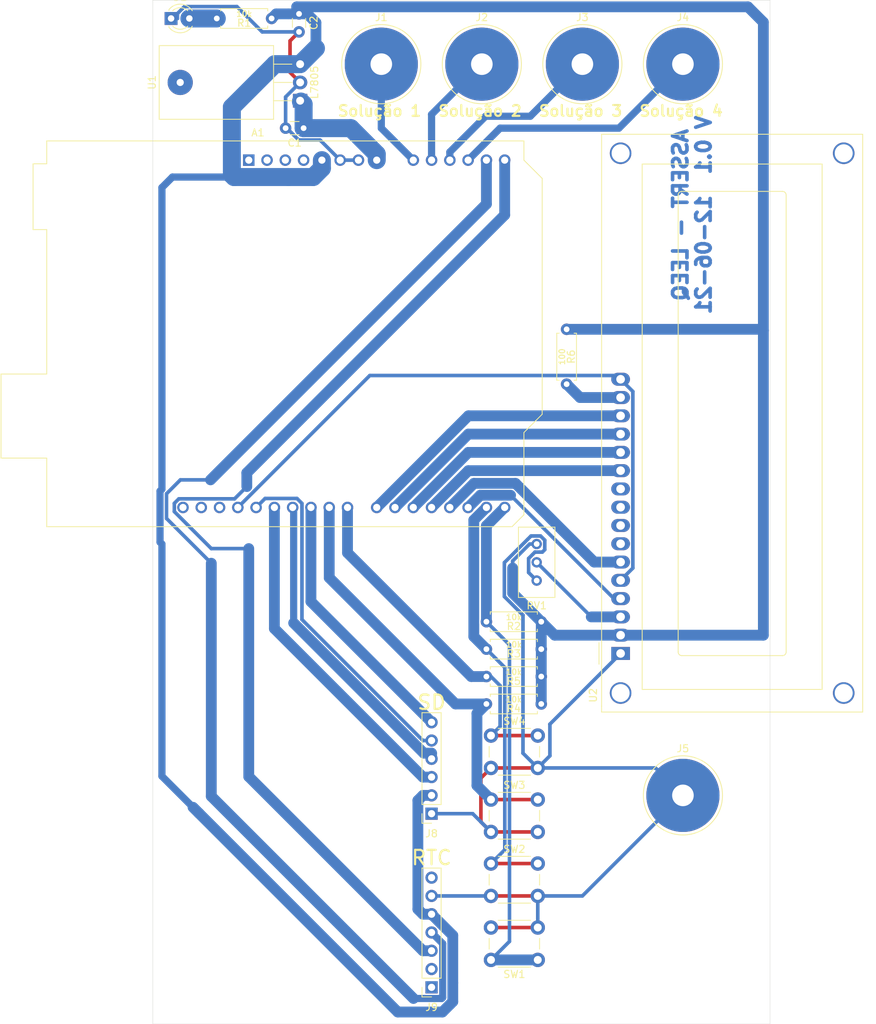
<source format=kicad_pcb>
(kicad_pcb (version 20171130) (host pcbnew "(5.1.9)-1")

  (general
    (thickness 1.6)
    (drawings 5)
    (tracks 217)
    (zones 0)
    (modules 24)
    (nets 41)
  )

  (page A4)
  (layers
    (0 F.Cu signal)
    (31 B.Cu signal)
    (32 B.Adhes user hide)
    (33 F.Adhes user hide)
    (34 B.Paste user hide)
    (35 F.Paste user hide)
    (36 B.SilkS user hide)
    (37 F.SilkS user hide)
    (38 B.Mask user hide)
    (39 F.Mask user hide)
    (40 Dwgs.User user hide)
    (41 Cmts.User user hide)
    (42 Eco1.User user hide)
    (43 Eco2.User user hide)
    (44 Edge.Cuts user)
    (45 Margin user)
    (46 B.CrtYd user)
    (47 F.CrtYd user)
    (48 B.Fab user hide)
    (49 F.Fab user)
  )

  (setup
    (last_trace_width 0.5)
    (user_trace_width 0.3)
    (user_trace_width 0.5)
    (user_trace_width 0.8)
    (user_trace_width 1)
    (user_trace_width 1.5)
    (user_trace_width 2)
    (user_trace_width 2.5)
    (user_trace_width 3)
    (trace_clearance 0.15)
    (zone_clearance 0.15)
    (zone_45_only no)
    (trace_min 0.2)
    (via_size 0.8)
    (via_drill 0.4)
    (via_min_size 0.4)
    (via_min_drill 0.3)
    (uvia_size 0.3)
    (uvia_drill 0.1)
    (uvias_allowed no)
    (uvia_min_size 0.2)
    (uvia_min_drill 0.1)
    (edge_width 0.05)
    (segment_width 0.2)
    (pcb_text_width 0.3)
    (pcb_text_size 1.5 1.5)
    (mod_edge_width 0.12)
    (mod_text_size 1 1)
    (mod_text_width 0.15)
    (pad_size 10.16 10.16)
    (pad_drill 3)
    (pad_to_mask_clearance 0)
    (aux_axis_origin 0 0)
    (grid_origin 58.42 156.21)
    (visible_elements 7FFFFFFF)
    (pcbplotparams
      (layerselection 0x01000_fffffffe)
      (usegerberextensions false)
      (usegerberattributes true)
      (usegerberadvancedattributes true)
      (creategerberjobfile true)
      (excludeedgelayer true)
      (linewidth 0.100000)
      (plotframeref false)
      (viasonmask false)
      (mode 1)
      (useauxorigin false)
      (hpglpennumber 1)
      (hpglpenspeed 20)
      (hpglpendiameter 15.000000)
      (psnegative false)
      (psa4output false)
      (plotreference true)
      (plotvalue true)
      (plotinvisibletext false)
      (padsonsilk false)
      (subtractmaskfromsilk false)
      (outputformat 1)
      (mirror false)
      (drillshape 0)
      (scaleselection 1)
      (outputdirectory "gerber/"))
  )

  (net 0 "")
  (net 1 /menos)
  (net 2 /mais)
  (net 3 "Net-(A1-Pad30)")
  (net 4 /scl)
  (net 5 GNDREF)
  (net 6 /sda)
  (net 7 /sck)
  (net 8 /s4)
  (net 9 /miso)
  (net 10 /s3)
  (net 11 /mosi)
  (net 12 /s2)
  (net 13 /cs)
  (net 14 /s1)
  (net 15 /selecionar)
  (net 16 /vin)
  (net 17 /cancelar)
  (net 18 /db7)
  (net 19 /db6)
  (net 20 /db5)
  (net 21 "Net-(A1-Pad4)")
  (net 22 /db4)
  (net 23 "Net-(A1-Pad3)")
  (net 24 /rs)
  (net 25 "Net-(A1-Pad2)")
  (net 26 /e)
  (net 27 "Net-(A1-Pad1)")
  (net 28 "Net-(A1-Pad31)")
  (net 29 "Net-(A1-Pad32)")
  (net 30 /5v)
  (net 31 "Net-(D1-Pad2)")
  (net 32 /bat)
  (net 33 /ds)
  (net 34 /sq)
  (net 35 "Net-(R6-Pad2)")
  (net 36 "Net-(RV1-Pad2)")
  (net 37 "Net-(U2-Pad7)")
  (net 38 "Net-(U2-Pad8)")
  (net 39 "Net-(U2-Pad9)")
  (net 40 "Net-(U2-Pad10)")

  (net_class Default "This is the default net class."
    (clearance 0.15)
    (trace_width 0.3)
    (via_dia 0.8)
    (via_drill 0.4)
    (uvia_dia 0.3)
    (uvia_drill 0.1)
    (add_net /bat)
    (add_net /cancelar)
    (add_net /cs)
    (add_net /db4)
    (add_net /db5)
    (add_net /db6)
    (add_net /db7)
    (add_net /ds)
    (add_net /e)
    (add_net /mais)
    (add_net /menos)
    (add_net /miso)
    (add_net /mosi)
    (add_net /rs)
    (add_net /sck)
    (add_net /scl)
    (add_net /sda)
    (add_net /selecionar)
    (add_net /sq)
    (add_net /vin)
    (add_net GNDREF)
    (add_net "Net-(A1-Pad1)")
    (add_net "Net-(A1-Pad2)")
    (add_net "Net-(A1-Pad3)")
    (add_net "Net-(A1-Pad30)")
    (add_net "Net-(A1-Pad31)")
    (add_net "Net-(A1-Pad32)")
    (add_net "Net-(A1-Pad4)")
    (add_net "Net-(D1-Pad2)")
    (add_net "Net-(R6-Pad2)")
    (add_net "Net-(RV1-Pad2)")
    (add_net "Net-(U2-Pad10)")
    (add_net "Net-(U2-Pad7)")
    (add_net "Net-(U2-Pad8)")
    (add_net "Net-(U2-Pad9)")
  )

  (net_class opcao1 ""
    (clearance 0.15)
    (trace_width 0.5)
    (via_dia 0.8)
    (via_drill 0.4)
    (uvia_dia 0.3)
    (uvia_drill 0.1)
  )

  (net_class opcao2 ""
    (clearance 0.15)
    (trace_width 0.8)
    (via_dia 0.8)
    (via_drill 0.4)
    (uvia_dia 0.3)
    (uvia_drill 0.1)
  )

  (net_class opcao3 ""
    (clearance 0.15)
    (trace_width 1)
    (via_dia 0.8)
    (via_drill 0.4)
    (uvia_dia 0.3)
    (uvia_drill 0.1)
    (add_net /5v)
  )

  (net_class opcao4 ""
    (clearance 0.15)
    (trace_width 1.5)
    (via_dia 0.8)
    (via_drill 0.4)
    (uvia_dia 0.3)
    (uvia_drill 0.1)
    (add_net /s1)
    (add_net /s2)
    (add_net /s3)
    (add_net /s4)
  )

  (module Display:WC1602A (layer F.Cu) (tedit 5A02FE80) (tstamp 60C512D8)
    (at 123.42 121.25 90)
    (descr "LCD 16x2 http://www.wincomlcd.com/pdf/WC1602A-SFYLYHTC06.pdf")
    (tags "LCD 16x2 Alphanumeric 16pin")
    (path /60C27152)
    (fp_text reference U2 (at -5.82 -3.81 90) (layer F.SilkS)
      (effects (font (size 1 1) (thickness 0.15)))
    )
    (fp_text value LCD-016N002L (at -4.31 34.66 90) (layer F.Fab)
      (effects (font (size 1 1) (thickness 0.15)))
    )
    (fp_line (start -8 33.5) (end -8 -2.5) (layer F.Fab) (width 0.1))
    (fp_line (start 72 33.5) (end -8 33.5) (layer F.Fab) (width 0.1))
    (fp_line (start 72 -2.5) (end 72 33.5) (layer F.Fab) (width 0.1))
    (fp_line (start 1 -2.5) (end 72 -2.5) (layer F.Fab) (width 0.1))
    (fp_line (start -5 28) (end -5 3) (layer F.SilkS) (width 0.12))
    (fp_line (start 68 28) (end -5 28) (layer F.SilkS) (width 0.12))
    (fp_line (start 68 3) (end 68 28) (layer F.SilkS) (width 0.12))
    (fp_line (start -5 3) (end 68 3) (layer F.SilkS) (width 0.12))
    (fp_line (start 64.2 8.5) (end 64.2 22.5) (layer F.SilkS) (width 0.12))
    (fp_line (start 63.70066 23) (end 0.2 23) (layer F.SilkS) (width 0.12))
    (fp_line (start -0.29972 22.49932) (end -0.29972 8.5) (layer F.SilkS) (width 0.12))
    (fp_line (start 0.2 8) (end 63.7 8) (layer F.SilkS) (width 0.12))
    (fp_line (start -1 -2.5) (end -8 -2.5) (layer F.Fab) (width 0.1))
    (fp_line (start 0 -1.5) (end -1 -2.5) (layer F.Fab) (width 0.1))
    (fp_line (start 1 -2.5) (end 0 -1.5) (layer F.Fab) (width 0.1))
    (fp_line (start -8.25 -2.75) (end 72.25 -2.75) (layer F.CrtYd) (width 0.05))
    (fp_line (start -1.5 -3) (end 1.5 -3) (layer F.SilkS) (width 0.12))
    (fp_line (start 72.25 -2.75) (end 72.25 33.75) (layer F.CrtYd) (width 0.05))
    (fp_line (start -8.25 33.75) (end 72.25 33.75) (layer F.CrtYd) (width 0.05))
    (fp_line (start -8.25 -2.75) (end -8.25 33.75) (layer F.CrtYd) (width 0.05))
    (fp_line (start -8.13 -2.64) (end -7.34 -2.64) (layer F.SilkS) (width 0.12))
    (fp_line (start -8.14 -2.64) (end -8.14 33.64) (layer F.SilkS) (width 0.12))
    (fp_line (start 72.14 -2.64) (end -7.34 -2.64) (layer F.SilkS) (width 0.12))
    (fp_line (start 72.14 33.64) (end 72.14 -2.64) (layer F.SilkS) (width 0.12))
    (fp_line (start -8.14 33.64) (end 72.14 33.64) (layer F.SilkS) (width 0.12))
    (fp_arc (start 0.20066 8.49884) (end -0.29972 8.49884) (angle 90) (layer F.SilkS) (width 0.12))
    (fp_arc (start 0.20066 22.49932) (end 0.20066 22.9997) (angle 90) (layer F.SilkS) (width 0.12))
    (fp_arc (start 63.70066 22.49932) (end 64.20104 22.49932) (angle 90) (layer F.SilkS) (width 0.12))
    (fp_arc (start 63.7 8.5) (end 63.7 8) (angle 90) (layer F.SilkS) (width 0.12))
    (fp_text user %R (at 30.37 14.74 90) (layer F.Fab)
      (effects (font (size 1 1) (thickness 0.1)))
    )
    (pad "" thru_hole circle (at 69.5 0 90) (size 3 3) (drill 2.5) (layers *.Cu *.Mask))
    (pad "" thru_hole circle (at 69.49948 31.0007 90) (size 3 3) (drill 2.5) (layers *.Cu *.Mask))
    (pad "" thru_hole circle (at -5.4991 31.0007 90) (size 3 3) (drill 2.5) (layers *.Cu *.Mask))
    (pad "" thru_hole circle (at -5.4991 0 90) (size 3 3) (drill 2.5) (layers *.Cu *.Mask))
    (pad 16 thru_hole oval (at 38.1 0 90) (size 1.8 2.6) (drill 1.2) (layers *.Cu *.Mask)
      (net 5 GNDREF))
    (pad 15 thru_hole oval (at 35.56 0 90) (size 1.8 2.6) (drill 1.2) (layers *.Cu *.Mask)
      (net 35 "Net-(R6-Pad2)"))
    (pad 14 thru_hole oval (at 33.02 0 90) (size 1.8 2.6) (drill 1.2) (layers *.Cu *.Mask)
      (net 18 /db7))
    (pad 13 thru_hole oval (at 30.48 0 90) (size 1.8 2.6) (drill 1.2) (layers *.Cu *.Mask)
      (net 19 /db6))
    (pad 12 thru_hole oval (at 27.94 0 90) (size 1.8 2.6) (drill 1.2) (layers *.Cu *.Mask)
      (net 20 /db5))
    (pad 11 thru_hole oval (at 25.4 0 90) (size 1.8 2.6) (drill 1.2) (layers *.Cu *.Mask)
      (net 22 /db4))
    (pad 10 thru_hole oval (at 22.86 0 90) (size 1.8 2.6) (drill 1.2) (layers *.Cu *.Mask)
      (net 40 "Net-(U2-Pad10)"))
    (pad 9 thru_hole oval (at 20.32 0 90) (size 1.8 2.6) (drill 1.2) (layers *.Cu *.Mask)
      (net 39 "Net-(U2-Pad9)"))
    (pad 8 thru_hole oval (at 17.78 0 90) (size 1.8 2.6) (drill 1.2) (layers *.Cu *.Mask)
      (net 38 "Net-(U2-Pad8)"))
    (pad 7 thru_hole oval (at 15.24 0 90) (size 1.8 2.6) (drill 1.2) (layers *.Cu *.Mask)
      (net 37 "Net-(U2-Pad7)"))
    (pad 6 thru_hole oval (at 12.7 0 90) (size 1.8 2.6) (drill 1.2) (layers *.Cu *.Mask)
      (net 26 /e))
    (pad 5 thru_hole oval (at 10.16 0 90) (size 1.8 2.6) (drill 1.2) (layers *.Cu *.Mask)
      (net 5 GNDREF))
    (pad 4 thru_hole oval (at 7.62 0 90) (size 1.8 2.6) (drill 1.2) (layers *.Cu *.Mask)
      (net 24 /rs))
    (pad 3 thru_hole oval (at 5.08 0 90) (size 1.8 2.6) (drill 1.2) (layers *.Cu *.Mask)
      (net 36 "Net-(RV1-Pad2)"))
    (pad 2 thru_hole oval (at 2.54 0 90) (size 1.8 2.6) (drill 1.2) (layers *.Cu *.Mask)
      (net 30 /5v))
    (pad 1 thru_hole rect (at 0 0 90) (size 1.8 2.6) (drill 1.2) (layers *.Cu *.Mask)
      (net 5 GNDREF))
    (model ${KISYS3DMOD}/Display.3dshapes/WC1602A.wrl
      (at (xyz 0 0 0))
      (scale (xyz 1 1 1))
      (rotate (xyz 0 0 0))
    )
  )

  (module Connector:Banana_Jack_1Pin (layer F.Cu) (tedit 60C4B460) (tstamp 60C522F8)
    (at 132.08 140.97)
    (descr "Single banana socket, footprint - 6mm drill")
    (tags "banana socket")
    (path /60C6C716)
    (fp_text reference J5 (at 0 -6.5) (layer F.SilkS)
      (effects (font (size 1 1) (thickness 0.15)))
    )
    (fp_text value GND (at -0.25 6.5) (layer F.Fab)
      (effects (font (size 1 1) (thickness 0.15)))
    )
    (fp_circle (center 0 0) (end 5.5 0) (layer F.SilkS) (width 0.12))
    (fp_circle (center 0 0) (end 4.85 0.05) (layer F.Fab) (width 0.1))
    (fp_circle (center 0 0) (end 2 0) (layer F.Fab) (width 0.1))
    (fp_circle (center 0 0) (end 5.75 0) (layer F.CrtYd) (width 0.05))
    (fp_text user %R (at 0 0) (layer F.Fab)
      (effects (font (size 0.8 0.8) (thickness 0.12)))
    )
    (pad 1 thru_hole circle (at 0 0) (size 10.16 10.16) (drill 3) (layers *.Cu *.Mask)
      (net 5 GNDREF))
    (model ${KISYS3DMOD}/Connector.3dshapes/Banana_Jack_1Pin.wrl
      (at (xyz 0 0 0))
      (scale (xyz 2 2 2))
      (rotate (xyz 0 0 0))
    )
  )

  (module Connector:Banana_Jack_1Pin (layer F.Cu) (tedit 60C4B48B) (tstamp 60C2C207)
    (at 132.08 39.37)
    (descr "Single banana socket, footprint - 6mm drill")
    (tags "banana socket")
    (path /60C488D7)
    (fp_text reference J4 (at 0 -6.5) (layer F.SilkS)
      (effects (font (size 1 1) (thickness 0.15)))
    )
    (fp_text value "Solução 4" (at -0.25 6.5) (layer F.SilkS)
      (effects (font (size 1.5 1.5) (thickness 0.3)))
    )
    (fp_circle (center 0 0) (end 5.75 0) (layer F.CrtYd) (width 0.05))
    (fp_circle (center 0 0) (end 2 0) (layer F.Fab) (width 0.1))
    (fp_circle (center 0 0) (end 4.85 0.05) (layer F.Fab) (width 0.1))
    (fp_circle (center 0 0) (end 5.5 0) (layer F.SilkS) (width 0.12))
    (fp_text user %R (at 0 0) (layer F.Fab)
      (effects (font (size 0.8 0.8) (thickness 0.12)))
    )
    (pad 1 thru_hole circle (at 0 0) (size 10.16 10.16) (drill 3) (layers *.Cu *.Mask)
      (net 8 /s4))
    (model ${KISYS3DMOD}/Connector.3dshapes/Banana_Jack_1Pin.wrl
      (at (xyz 0 0 0))
      (scale (xyz 2 2 2))
      (rotate (xyz 0 0 0))
    )
  )

  (module Module:Arduino_UNO_R3 (layer F.Cu) (tedit 58AB60FC) (tstamp 60C2C329)
    (at 71.755 52.705)
    (descr "Arduino UNO R3, http://www.mouser.com/pdfdocs/Gravitech_Arduino_Nano3_0.pdf")
    (tags "Arduino UNO R3")
    (path /60C9BEE1)
    (fp_text reference A1 (at 1.27 -3.81 180) (layer F.SilkS)
      (effects (font (size 1 1) (thickness 0.15)))
    )
    (fp_text value Arduino_UNO_R3 (at 0 22.86) (layer F.Fab)
      (effects (font (size 1 1) (thickness 0.15)))
    )
    (fp_line (start 38.35 -2.79) (end 38.35 0) (layer F.CrtYd) (width 0.05))
    (fp_line (start 38.35 0) (end 40.89 2.54) (layer F.CrtYd) (width 0.05))
    (fp_line (start 40.89 2.54) (end 40.89 35.31) (layer F.CrtYd) (width 0.05))
    (fp_line (start 40.89 35.31) (end 38.35 37.85) (layer F.CrtYd) (width 0.05))
    (fp_line (start 38.35 37.85) (end 38.35 49.28) (layer F.CrtYd) (width 0.05))
    (fp_line (start 38.35 49.28) (end 36.58 51.05) (layer F.CrtYd) (width 0.05))
    (fp_line (start 36.58 51.05) (end -28.19 51.05) (layer F.CrtYd) (width 0.05))
    (fp_line (start -28.19 51.05) (end -28.19 41.53) (layer F.CrtYd) (width 0.05))
    (fp_line (start -28.19 41.53) (end -34.54 41.53) (layer F.CrtYd) (width 0.05))
    (fp_line (start -34.54 41.53) (end -34.54 29.59) (layer F.CrtYd) (width 0.05))
    (fp_line (start -34.54 29.59) (end -28.19 29.59) (layer F.CrtYd) (width 0.05))
    (fp_line (start -28.19 29.59) (end -28.19 9.78) (layer F.CrtYd) (width 0.05))
    (fp_line (start -28.19 9.78) (end -30.1 9.78) (layer F.CrtYd) (width 0.05))
    (fp_line (start -30.1 9.78) (end -30.1 0.38) (layer F.CrtYd) (width 0.05))
    (fp_line (start -30.1 0.38) (end -28.19 0.38) (layer F.CrtYd) (width 0.05))
    (fp_line (start -28.19 0.38) (end -28.19 -2.79) (layer F.CrtYd) (width 0.05))
    (fp_line (start -28.19 -2.79) (end 38.35 -2.79) (layer F.CrtYd) (width 0.05))
    (fp_line (start 40.77 35.31) (end 40.77 2.54) (layer F.SilkS) (width 0.12))
    (fp_line (start 40.77 2.54) (end 38.23 0) (layer F.SilkS) (width 0.12))
    (fp_line (start 38.23 0) (end 38.23 -2.67) (layer F.SilkS) (width 0.12))
    (fp_line (start 38.23 -2.67) (end -28.07 -2.67) (layer F.SilkS) (width 0.12))
    (fp_line (start -28.07 -2.67) (end -28.07 0.51) (layer F.SilkS) (width 0.12))
    (fp_line (start -28.07 0.51) (end -29.97 0.51) (layer F.SilkS) (width 0.12))
    (fp_line (start -29.97 0.51) (end -29.97 9.65) (layer F.SilkS) (width 0.12))
    (fp_line (start -29.97 9.65) (end -28.07 9.65) (layer F.SilkS) (width 0.12))
    (fp_line (start -28.07 9.65) (end -28.07 29.72) (layer F.SilkS) (width 0.12))
    (fp_line (start -28.07 29.72) (end -34.42 29.72) (layer F.SilkS) (width 0.12))
    (fp_line (start -34.42 29.72) (end -34.42 41.4) (layer F.SilkS) (width 0.12))
    (fp_line (start -34.42 41.4) (end -28.07 41.4) (layer F.SilkS) (width 0.12))
    (fp_line (start -28.07 41.4) (end -28.07 50.93) (layer F.SilkS) (width 0.12))
    (fp_line (start -28.07 50.93) (end 36.58 50.93) (layer F.SilkS) (width 0.12))
    (fp_line (start 36.58 50.93) (end 38.23 49.28) (layer F.SilkS) (width 0.12))
    (fp_line (start 38.23 49.28) (end 38.23 37.85) (layer F.SilkS) (width 0.12))
    (fp_line (start 38.23 37.85) (end 40.77 35.31) (layer F.SilkS) (width 0.12))
    (fp_line (start -34.29 29.84) (end -18.41 29.84) (layer F.Fab) (width 0.1))
    (fp_line (start -18.41 29.84) (end -18.41 41.27) (layer F.Fab) (width 0.1))
    (fp_line (start -18.41 41.27) (end -34.29 41.27) (layer F.Fab) (width 0.1))
    (fp_line (start -34.29 41.27) (end -34.29 29.84) (layer F.Fab) (width 0.1))
    (fp_line (start -29.84 0.64) (end -16.51 0.64) (layer F.Fab) (width 0.1))
    (fp_line (start -16.51 0.64) (end -16.51 9.53) (layer F.Fab) (width 0.1))
    (fp_line (start -16.51 9.53) (end -29.84 9.53) (layer F.Fab) (width 0.1))
    (fp_line (start -29.84 9.53) (end -29.84 0.64) (layer F.Fab) (width 0.1))
    (fp_line (start 38.1 37.85) (end 38.1 49.28) (layer F.Fab) (width 0.1))
    (fp_line (start 40.64 2.54) (end 40.64 35.31) (layer F.Fab) (width 0.1))
    (fp_line (start 40.64 35.31) (end 38.1 37.85) (layer F.Fab) (width 0.1))
    (fp_line (start 38.1 -2.54) (end 38.1 0) (layer F.Fab) (width 0.1))
    (fp_line (start 38.1 0) (end 40.64 2.54) (layer F.Fab) (width 0.1))
    (fp_line (start 38.1 49.28) (end 36.58 50.8) (layer F.Fab) (width 0.1))
    (fp_line (start 36.58 50.8) (end -27.94 50.8) (layer F.Fab) (width 0.1))
    (fp_line (start -27.94 50.8) (end -27.94 -2.54) (layer F.Fab) (width 0.1))
    (fp_line (start -27.94 -2.54) (end 38.1 -2.54) (layer F.Fab) (width 0.1))
    (fp_text user %R (at 0 20.32 180) (layer F.Fab)
      (effects (font (size 1 1) (thickness 0.15)))
    )
    (pad 16 thru_hole oval (at 33.02 48.26 90) (size 1.6 1.6) (drill 1) (layers *.Cu *.Mask)
      (net 1 /menos))
    (pad 15 thru_hole oval (at 35.56 48.26 90) (size 1.6 1.6) (drill 1) (layers *.Cu *.Mask)
      (net 2 /mais))
    (pad 30 thru_hole oval (at -4.06 48.26 90) (size 1.6 1.6) (drill 1) (layers *.Cu *.Mask)
      (net 3 "Net-(A1-Pad30)"))
    (pad 14 thru_hole oval (at 35.56 0 90) (size 1.6 1.6) (drill 1) (layers *.Cu *.Mask)
      (net 4 /scl))
    (pad 29 thru_hole oval (at -1.52 48.26 90) (size 1.6 1.6) (drill 1) (layers *.Cu *.Mask)
      (net 5 GNDREF))
    (pad 13 thru_hole oval (at 33.02 0 90) (size 1.6 1.6) (drill 1) (layers *.Cu *.Mask)
      (net 6 /sda))
    (pad 28 thru_hole oval (at 1.02 48.26 90) (size 1.6 1.6) (drill 1) (layers *.Cu *.Mask)
      (net 7 /sck))
    (pad 12 thru_hole oval (at 30.48 0 90) (size 1.6 1.6) (drill 1) (layers *.Cu *.Mask)
      (net 8 /s4))
    (pad 27 thru_hole oval (at 3.56 48.26 90) (size 1.6 1.6) (drill 1) (layers *.Cu *.Mask)
      (net 9 /miso))
    (pad 11 thru_hole oval (at 27.94 0 90) (size 1.6 1.6) (drill 1) (layers *.Cu *.Mask)
      (net 10 /s3))
    (pad 26 thru_hole oval (at 6.1 48.26 90) (size 1.6 1.6) (drill 1) (layers *.Cu *.Mask)
      (net 11 /mosi))
    (pad 10 thru_hole oval (at 25.4 0 90) (size 1.6 1.6) (drill 1) (layers *.Cu *.Mask)
      (net 12 /s2))
    (pad 25 thru_hole oval (at 8.64 48.26 90) (size 1.6 1.6) (drill 1) (layers *.Cu *.Mask)
      (net 13 /cs))
    (pad 9 thru_hole oval (at 22.86 0 90) (size 1.6 1.6) (drill 1) (layers *.Cu *.Mask)
      (net 14 /s1))
    (pad 24 thru_hole oval (at 11.18 48.26 90) (size 1.6 1.6) (drill 1) (layers *.Cu *.Mask)
      (net 15 /selecionar))
    (pad 8 thru_hole oval (at 17.78 0 90) (size 1.6 1.6) (drill 1) (layers *.Cu *.Mask)
      (net 16 /vin))
    (pad 23 thru_hole oval (at 13.72 48.26 90) (size 1.6 1.6) (drill 1) (layers *.Cu *.Mask)
      (net 17 /cancelar))
    (pad 7 thru_hole oval (at 15.24 0 90) (size 1.6 1.6) (drill 1) (layers *.Cu *.Mask)
      (net 5 GNDREF))
    (pad 22 thru_hole oval (at 17.78 48.26 90) (size 1.6 1.6) (drill 1) (layers *.Cu *.Mask)
      (net 18 /db7))
    (pad 6 thru_hole oval (at 12.7 0 90) (size 1.6 1.6) (drill 1) (layers *.Cu *.Mask)
      (net 5 GNDREF))
    (pad 21 thru_hole oval (at 20.32 48.26 90) (size 1.6 1.6) (drill 1) (layers *.Cu *.Mask)
      (net 19 /db6))
    (pad 5 thru_hole oval (at 10.16 0 90) (size 1.6 1.6) (drill 1) (layers *.Cu *.Mask)
      (net 30 /5v))
    (pad 20 thru_hole oval (at 22.86 48.26 90) (size 1.6 1.6) (drill 1) (layers *.Cu *.Mask)
      (net 20 /db5))
    (pad 4 thru_hole oval (at 7.62 0 90) (size 1.6 1.6) (drill 1) (layers *.Cu *.Mask)
      (net 21 "Net-(A1-Pad4)"))
    (pad 19 thru_hole oval (at 25.4 48.26 90) (size 1.6 1.6) (drill 1) (layers *.Cu *.Mask)
      (net 22 /db4))
    (pad 3 thru_hole oval (at 5.08 0 90) (size 1.6 1.6) (drill 1) (layers *.Cu *.Mask)
      (net 23 "Net-(A1-Pad3)"))
    (pad 18 thru_hole oval (at 27.94 48.26 90) (size 1.6 1.6) (drill 1) (layers *.Cu *.Mask)
      (net 26 /e))
    (pad 2 thru_hole oval (at 2.54 0 90) (size 1.6 1.6) (drill 1) (layers *.Cu *.Mask)
      (net 25 "Net-(A1-Pad2)"))
    (pad 17 thru_hole oval (at 30.48 48.26 90) (size 1.6 1.6) (drill 1) (layers *.Cu *.Mask)
      (net 24 /rs))
    (pad 1 thru_hole rect (at 0 0 90) (size 1.6 1.6) (drill 1) (layers *.Cu *.Mask)
      (net 27 "Net-(A1-Pad1)"))
    (pad 31 thru_hole oval (at -6.6 48.26 90) (size 1.6 1.6) (drill 1) (layers *.Cu *.Mask)
      (net 28 "Net-(A1-Pad31)"))
    (pad 32 thru_hole oval (at -9.14 48.26 90) (size 1.6 1.6) (drill 1) (layers *.Cu *.Mask)
      (net 29 "Net-(A1-Pad32)"))
    (model ${KISYS3DMOD}/Module.3dshapes/Arduino_UNO_R3.wrl
      (at (xyz 0 0 0))
      (scale (xyz 1 1 1))
      (rotate (xyz 0 0 0))
    )
  )

  (module Connector_PinSocket_2.54mm:PinSocket_1x07_P2.54mm_Vertical (layer F.Cu) (tedit 5A19A433) (tstamp 60C37376)
    (at 97.155 167.64 180)
    (descr "Through hole straight socket strip, 1x07, 2.54mm pitch, single row (from Kicad 4.0.7), script generated")
    (tags "Through hole socket strip THT 1x07 2.54mm single row")
    (path /60C13D03)
    (fp_text reference J9 (at 0 -2.77) (layer F.SilkS)
      (effects (font (size 1 1) (thickness 0.15)))
    )
    (fp_text value RTC (at 0 18.01) (layer F.SilkS)
      (effects (font (size 2 2) (thickness 0.3)))
    )
    (fp_line (start -1.27 -1.27) (end 0.635 -1.27) (layer F.Fab) (width 0.1))
    (fp_line (start 0.635 -1.27) (end 1.27 -0.635) (layer F.Fab) (width 0.1))
    (fp_line (start 1.27 -0.635) (end 1.27 16.51) (layer F.Fab) (width 0.1))
    (fp_line (start 1.27 16.51) (end -1.27 16.51) (layer F.Fab) (width 0.1))
    (fp_line (start -1.27 16.51) (end -1.27 -1.27) (layer F.Fab) (width 0.1))
    (fp_line (start -1.33 1.27) (end 1.33 1.27) (layer F.SilkS) (width 0.12))
    (fp_line (start -1.33 1.27) (end -1.33 16.57) (layer F.SilkS) (width 0.12))
    (fp_line (start -1.33 16.57) (end 1.33 16.57) (layer F.SilkS) (width 0.12))
    (fp_line (start 1.33 1.27) (end 1.33 16.57) (layer F.SilkS) (width 0.12))
    (fp_line (start 1.33 -1.33) (end 1.33 0) (layer F.SilkS) (width 0.12))
    (fp_line (start 0 -1.33) (end 1.33 -1.33) (layer F.SilkS) (width 0.12))
    (fp_line (start -1.8 -1.8) (end 1.75 -1.8) (layer F.CrtYd) (width 0.05))
    (fp_line (start 1.75 -1.8) (end 1.75 17) (layer F.CrtYd) (width 0.05))
    (fp_line (start 1.75 17) (end -1.8 17) (layer F.CrtYd) (width 0.05))
    (fp_line (start -1.8 17) (end -1.8 -1.8) (layer F.CrtYd) (width 0.05))
    (fp_text user %R (at 0 7.62 90) (layer F.Fab)
      (effects (font (size 1 1) (thickness 0.15)))
    )
    (pad 7 thru_hole oval (at 0 15.24 180) (size 1.7 1.7) (drill 1) (layers *.Cu *.Mask)
      (net 32 /bat))
    (pad 6 thru_hole oval (at 0 12.7 180) (size 1.7 1.7) (drill 1) (layers *.Cu *.Mask)
      (net 5 GNDREF))
    (pad 5 thru_hole oval (at 0 10.16 180) (size 1.7 1.7) (drill 1) (layers *.Cu *.Mask)
      (net 30 /5v))
    (pad 4 thru_hole oval (at 0 7.62 180) (size 1.7 1.7) (drill 1) (layers *.Cu *.Mask)
      (net 6 /sda))
    (pad 3 thru_hole oval (at 0 5.08 180) (size 1.7 1.7) (drill 1) (layers *.Cu *.Mask)
      (net 4 /scl))
    (pad 2 thru_hole oval (at 0 2.54 180) (size 1.7 1.7) (drill 1) (layers *.Cu *.Mask)
      (net 33 /ds))
    (pad 1 thru_hole rect (at 0 0 180) (size 1.7 1.7) (drill 1) (layers *.Cu *.Mask)
      (net 34 /sq))
    (model ${KISYS3DMOD}/Connector_PinSocket_2.54mm.3dshapes/PinSocket_1x07_P2.54mm_Vertical.wrl
      (at (xyz 0 0 0))
      (scale (xyz 1 1 1))
      (rotate (xyz 0 0 0))
    )
  )

  (module Package_TO_SOT_THT:TO-220-3_Horizontal_TabDown (layer F.Cu) (tedit 60C38BE4) (tstamp 60C352E9)
    (at 78.89 44.45 90)
    (descr "TO-220-3, Horizontal, RM 2.54mm, see https://www.vishay.com/docs/66542/to-220-1.pdf")
    (tags "TO-220-3 Horizontal RM 2.54mm")
    (path /60C17907)
    (fp_text reference U1 (at 2.54 -20.58 90) (layer F.SilkS)
      (effects (font (size 1 1) (thickness 0.15)))
    )
    (fp_text value L7805 (at 2.54 2 90) (layer F.SilkS)
      (effects (font (size 1 1) (thickness 0.15)))
    )
    (fp_line (start 7.79 -19.71) (end -2.71 -19.71) (layer F.CrtYd) (width 0.05))
    (fp_line (start 7.79 1.25) (end 7.79 -19.71) (layer F.CrtYd) (width 0.05))
    (fp_line (start -2.71 1.25) (end 7.79 1.25) (layer F.CrtYd) (width 0.05))
    (fp_line (start -2.71 -19.71) (end -2.71 1.25) (layer F.CrtYd) (width 0.05))
    (fp_line (start 5.08 -3.69) (end 5.08 -1.15) (layer F.SilkS) (width 0.12))
    (fp_line (start 2.54 -3.69) (end 2.54 -1.15) (layer F.SilkS) (width 0.12))
    (fp_line (start 0 -3.69) (end 0 -1.15) (layer F.SilkS) (width 0.12))
    (fp_line (start 7.66 -19.58) (end 7.66 -3.69) (layer F.SilkS) (width 0.12))
    (fp_line (start -2.58 -19.58) (end -2.58 -3.69) (layer F.SilkS) (width 0.12))
    (fp_line (start -2.58 -19.58) (end 7.66 -19.58) (layer F.SilkS) (width 0.12))
    (fp_line (start -2.58 -3.69) (end 7.66 -3.69) (layer F.SilkS) (width 0.12))
    (fp_line (start 5.08 -3.81) (end 5.08 0) (layer F.Fab) (width 0.1))
    (fp_line (start 2.54 -3.81) (end 2.54 0) (layer F.Fab) (width 0.1))
    (fp_line (start 0 -3.81) (end 0 0) (layer F.Fab) (width 0.1))
    (fp_line (start 7.54 -3.81) (end -2.46 -3.81) (layer F.Fab) (width 0.1))
    (fp_line (start 7.54 -13.06) (end 7.54 -3.81) (layer F.Fab) (width 0.1))
    (fp_line (start -2.46 -13.06) (end 7.54 -13.06) (layer F.Fab) (width 0.1))
    (fp_line (start -2.46 -3.81) (end -2.46 -13.06) (layer F.Fab) (width 0.1))
    (fp_line (start 7.54 -13.06) (end -2.46 -13.06) (layer F.Fab) (width 0.1))
    (fp_line (start 7.54 -19.46) (end 7.54 -13.06) (layer F.Fab) (width 0.1))
    (fp_line (start -2.46 -19.46) (end 7.54 -19.46) (layer F.Fab) (width 0.1))
    (fp_line (start -2.46 -13.06) (end -2.46 -19.46) (layer F.Fab) (width 0.1))
    (fp_circle (center 2.54 -16.66) (end 4.39 -16.66) (layer F.Fab) (width 0.1))
    (fp_text user %R (at 2.54 -20.58 90) (layer F.Fab)
      (effects (font (size 1 1) (thickness 0.15)))
    )
    (pad 3 thru_hole oval (at 5.08 0 90) (size 1.905 2) (drill 1.1) (layers *.Cu *.Mask)
      (net 30 /5v))
    (pad 2 thru_hole oval (at 2.54 0 90) (size 1.905 2) (drill 1.1) (layers *.Cu *.Mask)
      (net 5 GNDREF))
    (pad 1 thru_hole rect (at 0 0 90) (size 1.905 2) (drill 1.1) (layers *.Cu *.Mask)
      (net 16 /vin))
    (pad "" np_thru_hole oval (at 2.54 -16.66 90) (size 3.5 3.5) (drill 1) (layers *.Cu *.Mask))
    (model ${KISYS3DMOD}/Package_TO_SOT_THT.3dshapes/TO-220-3_Horizontal_TabDown.wrl
      (at (xyz 0 0 0))
      (scale (xyz 1 1 1))
      (rotate (xyz 0 0 0))
    )
  )

  (module Button_Switch_THT:SW_PUSH_6mm (layer F.Cu) (tedit 5A02FE31) (tstamp 60C34B50)
    (at 105.41 132.66)
    (descr https://www.omron.com/ecb/products/pdf/en-b3f.pdf)
    (tags "tact sw push 6mm")
    (path /60C4B4E4)
    (fp_text reference SW4 (at 3.25 -2) (layer F.SilkS)
      (effects (font (size 1 1) (thickness 0.15)))
    )
    (fp_text value cancelar (at 3.75 6.7) (layer F.Fab)
      (effects (font (size 1 1) (thickness 0.15)))
    )
    (fp_line (start 3.25 -0.75) (end 6.25 -0.75) (layer F.Fab) (width 0.1))
    (fp_line (start 6.25 -0.75) (end 6.25 5.25) (layer F.Fab) (width 0.1))
    (fp_line (start 6.25 5.25) (end 0.25 5.25) (layer F.Fab) (width 0.1))
    (fp_line (start 0.25 5.25) (end 0.25 -0.75) (layer F.Fab) (width 0.1))
    (fp_line (start 0.25 -0.75) (end 3.25 -0.75) (layer F.Fab) (width 0.1))
    (fp_line (start 7.75 6) (end 8 6) (layer F.CrtYd) (width 0.05))
    (fp_line (start 8 6) (end 8 5.75) (layer F.CrtYd) (width 0.05))
    (fp_line (start 7.75 -1.5) (end 8 -1.5) (layer F.CrtYd) (width 0.05))
    (fp_line (start 8 -1.5) (end 8 -1.25) (layer F.CrtYd) (width 0.05))
    (fp_line (start -1.5 -1.25) (end -1.5 -1.5) (layer F.CrtYd) (width 0.05))
    (fp_line (start -1.5 -1.5) (end -1.25 -1.5) (layer F.CrtYd) (width 0.05))
    (fp_line (start -1.5 5.75) (end -1.5 6) (layer F.CrtYd) (width 0.05))
    (fp_line (start -1.5 6) (end -1.25 6) (layer F.CrtYd) (width 0.05))
    (fp_line (start -1.25 -1.5) (end 7.75 -1.5) (layer F.CrtYd) (width 0.05))
    (fp_line (start -1.5 5.75) (end -1.5 -1.25) (layer F.CrtYd) (width 0.05))
    (fp_line (start 7.75 6) (end -1.25 6) (layer F.CrtYd) (width 0.05))
    (fp_line (start 8 -1.25) (end 8 5.75) (layer F.CrtYd) (width 0.05))
    (fp_line (start 1 5.5) (end 5.5 5.5) (layer F.SilkS) (width 0.12))
    (fp_line (start -0.25 1.5) (end -0.25 3) (layer F.SilkS) (width 0.12))
    (fp_line (start 5.5 -1) (end 1 -1) (layer F.SilkS) (width 0.12))
    (fp_line (start 6.75 3) (end 6.75 1.5) (layer F.SilkS) (width 0.12))
    (fp_circle (center 3.25 2.25) (end 1.25 2.5) (layer F.Fab) (width 0.1))
    (fp_text user %R (at 3.25 2.25) (layer F.Fab)
      (effects (font (size 1 1) (thickness 0.15)))
    )
    (pad 1 thru_hole circle (at 6.5 0 90) (size 2 2) (drill 1.1) (layers *.Cu *.Mask)
      (net 17 /cancelar))
    (pad 2 thru_hole circle (at 6.5 4.5 90) (size 2 2) (drill 1.1) (layers *.Cu *.Mask)
      (net 5 GNDREF))
    (pad 1 thru_hole circle (at 0 0 90) (size 2 2) (drill 1.1) (layers *.Cu *.Mask)
      (net 17 /cancelar))
    (pad 2 thru_hole circle (at 0 4.5 90) (size 2 2) (drill 1.1) (layers *.Cu *.Mask)
      (net 5 GNDREF))
    (model ${KISYS3DMOD}/Button_Switch_THT.3dshapes/SW_PUSH_6mm.wrl
      (at (xyz 0 0 0))
      (scale (xyz 1 1 1))
      (rotate (xyz 0 0 0))
    )
  )

  (module Button_Switch_THT:SW_PUSH_6mm (layer F.Cu) (tedit 5A02FE31) (tstamp 60C36C45)
    (at 105.41 141.55)
    (descr https://www.omron.com/ecb/products/pdf/en-b3f.pdf)
    (tags "tact sw push 6mm")
    (path /60C4B08D)
    (fp_text reference SW3 (at 3.25 -2) (layer F.SilkS)
      (effects (font (size 1 1) (thickness 0.15)))
    )
    (fp_text value selecionar (at 3.75 6.7) (layer F.Fab)
      (effects (font (size 1 1) (thickness 0.15)))
    )
    (fp_line (start 3.25 -0.75) (end 6.25 -0.75) (layer F.Fab) (width 0.1))
    (fp_line (start 6.25 -0.75) (end 6.25 5.25) (layer F.Fab) (width 0.1))
    (fp_line (start 6.25 5.25) (end 0.25 5.25) (layer F.Fab) (width 0.1))
    (fp_line (start 0.25 5.25) (end 0.25 -0.75) (layer F.Fab) (width 0.1))
    (fp_line (start 0.25 -0.75) (end 3.25 -0.75) (layer F.Fab) (width 0.1))
    (fp_line (start 7.75 6) (end 8 6) (layer F.CrtYd) (width 0.05))
    (fp_line (start 8 6) (end 8 5.75) (layer F.CrtYd) (width 0.05))
    (fp_line (start 7.75 -1.5) (end 8 -1.5) (layer F.CrtYd) (width 0.05))
    (fp_line (start 8 -1.5) (end 8 -1.25) (layer F.CrtYd) (width 0.05))
    (fp_line (start -1.5 -1.25) (end -1.5 -1.5) (layer F.CrtYd) (width 0.05))
    (fp_line (start -1.5 -1.5) (end -1.25 -1.5) (layer F.CrtYd) (width 0.05))
    (fp_line (start -1.5 5.75) (end -1.5 6) (layer F.CrtYd) (width 0.05))
    (fp_line (start -1.5 6) (end -1.25 6) (layer F.CrtYd) (width 0.05))
    (fp_line (start -1.25 -1.5) (end 7.75 -1.5) (layer F.CrtYd) (width 0.05))
    (fp_line (start -1.5 5.75) (end -1.5 -1.25) (layer F.CrtYd) (width 0.05))
    (fp_line (start 7.75 6) (end -1.25 6) (layer F.CrtYd) (width 0.05))
    (fp_line (start 8 -1.25) (end 8 5.75) (layer F.CrtYd) (width 0.05))
    (fp_line (start 1 5.5) (end 5.5 5.5) (layer F.SilkS) (width 0.12))
    (fp_line (start -0.25 1.5) (end -0.25 3) (layer F.SilkS) (width 0.12))
    (fp_line (start 5.5 -1) (end 1 -1) (layer F.SilkS) (width 0.12))
    (fp_line (start 6.75 3) (end 6.75 1.5) (layer F.SilkS) (width 0.12))
    (fp_circle (center 3.25 2.25) (end 1.25 2.5) (layer F.Fab) (width 0.1))
    (fp_text user %R (at 3.25 2.25) (layer F.Fab)
      (effects (font (size 1 1) (thickness 0.15)))
    )
    (pad 1 thru_hole circle (at 6.5 0 90) (size 2 2) (drill 1.1) (layers *.Cu *.Mask)
      (net 15 /selecionar))
    (pad 2 thru_hole circle (at 6.5 4.5 90) (size 2 2) (drill 1.1) (layers *.Cu *.Mask)
      (net 5 GNDREF))
    (pad 1 thru_hole circle (at 0 0 90) (size 2 2) (drill 1.1) (layers *.Cu *.Mask)
      (net 15 /selecionar))
    (pad 2 thru_hole circle (at 0 4.5 90) (size 2 2) (drill 1.1) (layers *.Cu *.Mask)
      (net 5 GNDREF))
    (model ${KISYS3DMOD}/Button_Switch_THT.3dshapes/SW_PUSH_6mm.wrl
      (at (xyz 0 0 0))
      (scale (xyz 1 1 1))
      (rotate (xyz 0 0 0))
    )
  )

  (module Button_Switch_THT:SW_PUSH_6mm (layer F.Cu) (tedit 5A02FE31) (tstamp 60C36AF2)
    (at 105.41 150.44)
    (descr https://www.omron.com/ecb/products/pdf/en-b3f.pdf)
    (tags "tact sw push 6mm")
    (path /60C4AC5C)
    (fp_text reference SW2 (at 3.25 -2) (layer F.SilkS)
      (effects (font (size 1 1) (thickness 0.15)))
    )
    (fp_text value menos (at 3.75 6.7) (layer F.Fab)
      (effects (font (size 1 1) (thickness 0.15)))
    )
    (fp_line (start 3.25 -0.75) (end 6.25 -0.75) (layer F.Fab) (width 0.1))
    (fp_line (start 6.25 -0.75) (end 6.25 5.25) (layer F.Fab) (width 0.1))
    (fp_line (start 6.25 5.25) (end 0.25 5.25) (layer F.Fab) (width 0.1))
    (fp_line (start 0.25 5.25) (end 0.25 -0.75) (layer F.Fab) (width 0.1))
    (fp_line (start 0.25 -0.75) (end 3.25 -0.75) (layer F.Fab) (width 0.1))
    (fp_line (start 7.75 6) (end 8 6) (layer F.CrtYd) (width 0.05))
    (fp_line (start 8 6) (end 8 5.75) (layer F.CrtYd) (width 0.05))
    (fp_line (start 7.75 -1.5) (end 8 -1.5) (layer F.CrtYd) (width 0.05))
    (fp_line (start 8 -1.5) (end 8 -1.25) (layer F.CrtYd) (width 0.05))
    (fp_line (start -1.5 -1.25) (end -1.5 -1.5) (layer F.CrtYd) (width 0.05))
    (fp_line (start -1.5 -1.5) (end -1.25 -1.5) (layer F.CrtYd) (width 0.05))
    (fp_line (start -1.5 5.75) (end -1.5 6) (layer F.CrtYd) (width 0.05))
    (fp_line (start -1.5 6) (end -1.25 6) (layer F.CrtYd) (width 0.05))
    (fp_line (start -1.25 -1.5) (end 7.75 -1.5) (layer F.CrtYd) (width 0.05))
    (fp_line (start -1.5 5.75) (end -1.5 -1.25) (layer F.CrtYd) (width 0.05))
    (fp_line (start 7.75 6) (end -1.25 6) (layer F.CrtYd) (width 0.05))
    (fp_line (start 8 -1.25) (end 8 5.75) (layer F.CrtYd) (width 0.05))
    (fp_line (start 1 5.5) (end 5.5 5.5) (layer F.SilkS) (width 0.12))
    (fp_line (start -0.25 1.5) (end -0.25 3) (layer F.SilkS) (width 0.12))
    (fp_line (start 5.5 -1) (end 1 -1) (layer F.SilkS) (width 0.12))
    (fp_line (start 6.75 3) (end 6.75 1.5) (layer F.SilkS) (width 0.12))
    (fp_circle (center 3.25 2.25) (end 1.25 2.5) (layer F.Fab) (width 0.1))
    (fp_text user %R (at 3.25 2.25) (layer F.Fab)
      (effects (font (size 1 1) (thickness 0.15)))
    )
    (pad 1 thru_hole circle (at 6.5 0 90) (size 2 2) (drill 1.1) (layers *.Cu *.Mask)
      (net 1 /menos))
    (pad 2 thru_hole circle (at 6.5 4.5 90) (size 2 2) (drill 1.1) (layers *.Cu *.Mask)
      (net 5 GNDREF))
    (pad 1 thru_hole circle (at 0 0 90) (size 2 2) (drill 1.1) (layers *.Cu *.Mask)
      (net 1 /menos))
    (pad 2 thru_hole circle (at 0 4.5 90) (size 2 2) (drill 1.1) (layers *.Cu *.Mask)
      (net 5 GNDREF))
    (model ${KISYS3DMOD}/Button_Switch_THT.3dshapes/SW_PUSH_6mm.wrl
      (at (xyz 0 0 0))
      (scale (xyz 1 1 1))
      (rotate (xyz 0 0 0))
    )
  )

  (module Button_Switch_THT:SW_PUSH_6mm (layer F.Cu) (tedit 5A02FE31) (tstamp 60C2FFF6)
    (at 111.91 163.83 180)
    (descr https://www.omron.com/ecb/products/pdf/en-b3f.pdf)
    (tags "tact sw push 6mm")
    (path /60C14E2B)
    (fp_text reference SW1 (at 3.25 -2) (layer F.SilkS)
      (effects (font (size 1 1) (thickness 0.15)))
    )
    (fp_text value mais (at 3.75 6.7) (layer F.Fab)
      (effects (font (size 1 1) (thickness 0.15)))
    )
    (fp_line (start 3.25 -0.75) (end 6.25 -0.75) (layer F.Fab) (width 0.1))
    (fp_line (start 6.25 -0.75) (end 6.25 5.25) (layer F.Fab) (width 0.1))
    (fp_line (start 6.25 5.25) (end 0.25 5.25) (layer F.Fab) (width 0.1))
    (fp_line (start 0.25 5.25) (end 0.25 -0.75) (layer F.Fab) (width 0.1))
    (fp_line (start 0.25 -0.75) (end 3.25 -0.75) (layer F.Fab) (width 0.1))
    (fp_line (start 7.75 6) (end 8 6) (layer F.CrtYd) (width 0.05))
    (fp_line (start 8 6) (end 8 5.75) (layer F.CrtYd) (width 0.05))
    (fp_line (start 7.75 -1.5) (end 8 -1.5) (layer F.CrtYd) (width 0.05))
    (fp_line (start 8 -1.5) (end 8 -1.25) (layer F.CrtYd) (width 0.05))
    (fp_line (start -1.5 -1.25) (end -1.5 -1.5) (layer F.CrtYd) (width 0.05))
    (fp_line (start -1.5 -1.5) (end -1.25 -1.5) (layer F.CrtYd) (width 0.05))
    (fp_line (start -1.5 5.75) (end -1.5 6) (layer F.CrtYd) (width 0.05))
    (fp_line (start -1.5 6) (end -1.25 6) (layer F.CrtYd) (width 0.05))
    (fp_line (start -1.25 -1.5) (end 7.75 -1.5) (layer F.CrtYd) (width 0.05))
    (fp_line (start -1.5 5.75) (end -1.5 -1.25) (layer F.CrtYd) (width 0.05))
    (fp_line (start 7.75 6) (end -1.25 6) (layer F.CrtYd) (width 0.05))
    (fp_line (start 8 -1.25) (end 8 5.75) (layer F.CrtYd) (width 0.05))
    (fp_line (start 1 5.5) (end 5.5 5.5) (layer F.SilkS) (width 0.12))
    (fp_line (start -0.25 1.5) (end -0.25 3) (layer F.SilkS) (width 0.12))
    (fp_line (start 5.5 -1) (end 1 -1) (layer F.SilkS) (width 0.12))
    (fp_line (start 6.75 3) (end 6.75 1.5) (layer F.SilkS) (width 0.12))
    (fp_circle (center 3.25 2.25) (end 1.25 2.5) (layer F.Fab) (width 0.1))
    (fp_text user %R (at 3.25 2.25) (layer F.Fab)
      (effects (font (size 1 1) (thickness 0.15)))
    )
    (pad 1 thru_hole circle (at 6.5 0 270) (size 2 2) (drill 1.1) (layers *.Cu *.Mask)
      (net 2 /mais))
    (pad 2 thru_hole circle (at 6.5 4.5 270) (size 2 2) (drill 1.1) (layers *.Cu *.Mask)
      (net 5 GNDREF))
    (pad 1 thru_hole circle (at 0 0 270) (size 2 2) (drill 1.1) (layers *.Cu *.Mask)
      (net 2 /mais))
    (pad 2 thru_hole circle (at 0 4.5 270) (size 2 2) (drill 1.1) (layers *.Cu *.Mask)
      (net 5 GNDREF))
    (model ${KISYS3DMOD}/Button_Switch_THT.3dshapes/SW_PUSH_6mm.wrl
      (at (xyz 0 0 0))
      (scale (xyz 1 1 1))
      (rotate (xyz 0 0 0))
    )
  )

  (module Potentiometer_THT:Potentiometer_Bourns_3386C_Horizontal (layer F.Cu) (tedit 5AA07388) (tstamp 60C3697A)
    (at 111.76 111.125 180)
    (descr "Potentiometer, horizontal, Bourns 3386C, https://www.bourns.com/pdfs/3386.pdf")
    (tags "Potentiometer horizontal Bourns 3386C")
    (path /60C29021)
    (fp_text reference RV1 (at 0 -3.475) (layer F.SilkS)
      (effects (font (size 1 1) (thickness 0.15)))
    )
    (fp_text value 10k (at 0 8.555) (layer F.Fab)
      (effects (font (size 1 1) (thickness 0.15)))
    )
    (fp_line (start 2.415 -2.225) (end 2.415 7.305) (layer F.Fab) (width 0.1))
    (fp_line (start 2.415 7.305) (end -2.415 7.305) (layer F.Fab) (width 0.1))
    (fp_line (start -2.415 7.305) (end -2.415 -2.225) (layer F.Fab) (width 0.1))
    (fp_line (start -2.415 -2.225) (end 2.415 -2.225) (layer F.Fab) (width 0.1))
    (fp_line (start -2.535 -2.345) (end 2.535 -2.345) (layer F.SilkS) (width 0.12))
    (fp_line (start -2.535 7.425) (end 2.535 7.425) (layer F.SilkS) (width 0.12))
    (fp_line (start 2.535 -2.345) (end 2.535 7.425) (layer F.SilkS) (width 0.12))
    (fp_line (start -2.535 -2.345) (end -2.535 7.425) (layer F.SilkS) (width 0.12))
    (fp_line (start -2.67 -2.48) (end -2.67 7.56) (layer F.CrtYd) (width 0.05))
    (fp_line (start -2.67 7.56) (end 2.67 7.56) (layer F.CrtYd) (width 0.05))
    (fp_line (start 2.67 7.56) (end 2.67 -2.48) (layer F.CrtYd) (width 0.05))
    (fp_line (start 2.67 -2.48) (end -2.67 -2.48) (layer F.CrtYd) (width 0.05))
    (fp_text user %R (at 0 2.54) (layer F.Fab)
      (effects (font (size 1 1) (thickness 0.15)))
    )
    (pad 1 thru_hole circle (at 0 0 180) (size 1.44 1.44) (drill 0.8) (layers *.Cu *.Mask)
      (net 5 GNDREF))
    (pad 2 thru_hole circle (at 0 2.54 180) (size 1.44 1.44) (drill 0.8) (layers *.Cu *.Mask)
      (net 36 "Net-(RV1-Pad2)"))
    (pad 3 thru_hole circle (at 0 5.08 180) (size 1.44 1.44) (drill 0.8) (layers *.Cu *.Mask)
      (net 30 /5v))
    (model ${KISYS3DMOD}/Potentiometer_THT.3dshapes/Potentiometer_Bourns_3386C_Horizontal.wrl
      (at (xyz 0 0 0))
      (scale (xyz 1 1 1))
      (rotate (xyz 0 0 0))
    )
    (model ${KISYS3DMOD}/Potentiometer_THT.3dshapes/Potentiometer_Bourns_3296W_Vertical.step
      (at (xyz 0 0 0))
      (scale (xyz 1 1 1))
      (rotate (xyz 0 0 -90))
    )
  )

  (module Resistor_THT:R_Axial_DIN0207_L6.3mm_D2.5mm_P7.62mm_Horizontal (layer F.Cu) (tedit 60BF18CE) (tstamp 60C368EC)
    (at 115.92 76.21 270)
    (descr "Resistor, Axial_DIN0207 series, Axial, Horizontal, pin pitch=7.62mm, 0.25W = 1/4W, length*diameter=6.3*2.5mm^2, http://cdn-reichelt.de/documents/datenblatt/B400/1_4W%23YAG.pdf")
    (tags "Resistor Axial_DIN0207 series Axial Horizontal pin pitch 7.62mm 0.25W = 1/4W length 6.3mm diameter 2.5mm")
    (path /60C2D08D)
    (fp_text reference R6 (at 3.81 -0.635 90) (layer F.SilkS)
      (effects (font (size 1 1) (thickness 0.15)))
    )
    (fp_text value 100 (at 3.81 0.635 90) (layer F.SilkS)
      (effects (font (size 0.8 0.8) (thickness 0.15)))
    )
    (fp_line (start 0.66 -1.25) (end 0.66 1.25) (layer F.Fab) (width 0.1))
    (fp_line (start 0.66 1.25) (end 6.96 1.25) (layer F.Fab) (width 0.1))
    (fp_line (start 6.96 1.25) (end 6.96 -1.25) (layer F.Fab) (width 0.1))
    (fp_line (start 6.96 -1.25) (end 0.66 -1.25) (layer F.Fab) (width 0.1))
    (fp_line (start 0 0) (end 0.66 0) (layer F.Fab) (width 0.1))
    (fp_line (start 7.62 0) (end 6.96 0) (layer F.Fab) (width 0.1))
    (fp_line (start 0.54 -1.04) (end 0.54 -1.37) (layer F.SilkS) (width 0.12))
    (fp_line (start 0.54 -1.37) (end 7.08 -1.37) (layer F.SilkS) (width 0.12))
    (fp_line (start 7.08 -1.37) (end 7.08 -1.04) (layer F.SilkS) (width 0.12))
    (fp_line (start 0.54 1.04) (end 0.54 1.37) (layer F.SilkS) (width 0.12))
    (fp_line (start 0.54 1.37) (end 7.08 1.37) (layer F.SilkS) (width 0.12))
    (fp_line (start 7.08 1.37) (end 7.08 1.04) (layer F.SilkS) (width 0.12))
    (fp_line (start -1.05 -1.5) (end -1.05 1.5) (layer F.CrtYd) (width 0.05))
    (fp_line (start -1.05 1.5) (end 8.67 1.5) (layer F.CrtYd) (width 0.05))
    (fp_line (start 8.67 1.5) (end 8.67 -1.5) (layer F.CrtYd) (width 0.05))
    (fp_line (start 8.67 -1.5) (end -1.05 -1.5) (layer F.CrtYd) (width 0.05))
    (fp_text user %R (at 3.81 0 90) (layer F.Fab)
      (effects (font (size 1 1) (thickness 0.15)))
    )
    (pad 2 thru_hole oval (at 7.62 0 270) (size 1.6 1.6) (drill 0.8) (layers *.Cu *.Mask)
      (net 35 "Net-(R6-Pad2)"))
    (pad 1 thru_hole circle (at 0 0 270) (size 1.6 1.6) (drill 0.8) (layers *.Cu *.Mask)
      (net 30 /5v))
    (model ${KISYS3DMOD}/Resistor_THT.3dshapes/R_Axial_DIN0207_L6.3mm_D2.5mm_P7.62mm_Horizontal.wrl
      (at (xyz 0 0 0))
      (scale (xyz 1 1 1))
      (rotate (xyz 0 0 0))
    )
  )

  (module Resistor_THT:R_Axial_DIN0207_L6.3mm_D2.5mm_P7.62mm_Horizontal (layer F.Cu) (tedit 60BF18CE) (tstamp 60C2B54A)
    (at 112.395 124.46 180)
    (descr "Resistor, Axial_DIN0207 series, Axial, Horizontal, pin pitch=7.62mm, 0.25W = 1/4W, length*diameter=6.3*2.5mm^2, http://cdn-reichelt.de/documents/datenblatt/B400/1_4W%23YAG.pdf")
    (tags "Resistor Axial_DIN0207 series Axial Horizontal pin pitch 7.62mm 0.25W = 1/4W length 6.3mm diameter 2.5mm")
    (path /60C537B2)
    (fp_text reference R5 (at 3.81 -0.635) (layer F.SilkS)
      (effects (font (size 1 1) (thickness 0.15)))
    )
    (fp_text value 10k (at 3.81 0.635) (layer F.SilkS)
      (effects (font (size 0.8 0.8) (thickness 0.15)))
    )
    (fp_line (start 0.66 -1.25) (end 0.66 1.25) (layer F.Fab) (width 0.1))
    (fp_line (start 0.66 1.25) (end 6.96 1.25) (layer F.Fab) (width 0.1))
    (fp_line (start 6.96 1.25) (end 6.96 -1.25) (layer F.Fab) (width 0.1))
    (fp_line (start 6.96 -1.25) (end 0.66 -1.25) (layer F.Fab) (width 0.1))
    (fp_line (start 0 0) (end 0.66 0) (layer F.Fab) (width 0.1))
    (fp_line (start 7.62 0) (end 6.96 0) (layer F.Fab) (width 0.1))
    (fp_line (start 0.54 -1.04) (end 0.54 -1.37) (layer F.SilkS) (width 0.12))
    (fp_line (start 0.54 -1.37) (end 7.08 -1.37) (layer F.SilkS) (width 0.12))
    (fp_line (start 7.08 -1.37) (end 7.08 -1.04) (layer F.SilkS) (width 0.12))
    (fp_line (start 0.54 1.04) (end 0.54 1.37) (layer F.SilkS) (width 0.12))
    (fp_line (start 0.54 1.37) (end 7.08 1.37) (layer F.SilkS) (width 0.12))
    (fp_line (start 7.08 1.37) (end 7.08 1.04) (layer F.SilkS) (width 0.12))
    (fp_line (start -1.05 -1.5) (end -1.05 1.5) (layer F.CrtYd) (width 0.05))
    (fp_line (start -1.05 1.5) (end 8.67 1.5) (layer F.CrtYd) (width 0.05))
    (fp_line (start 8.67 1.5) (end 8.67 -1.5) (layer F.CrtYd) (width 0.05))
    (fp_line (start 8.67 -1.5) (end -1.05 -1.5) (layer F.CrtYd) (width 0.05))
    (fp_text user %R (at 3.81 0) (layer F.Fab)
      (effects (font (size 1 1) (thickness 0.15)))
    )
    (pad 2 thru_hole oval (at 7.62 0 180) (size 1.6 1.6) (drill 0.8) (layers *.Cu *.Mask)
      (net 17 /cancelar))
    (pad 1 thru_hole circle (at 0 0 180) (size 1.6 1.6) (drill 0.8) (layers *.Cu *.Mask)
      (net 30 /5v))
    (model ${KISYS3DMOD}/Resistor_THT.3dshapes/R_Axial_DIN0207_L6.3mm_D2.5mm_P7.62mm_Horizontal.wrl
      (at (xyz 0 0 0))
      (scale (xyz 1 1 1))
      (rotate (xyz 0 0 0))
    )
  )

  (module Resistor_THT:R_Axial_DIN0207_L6.3mm_D2.5mm_P7.62mm_Horizontal (layer F.Cu) (tedit 60BF18CE) (tstamp 60C2EB56)
    (at 112.395 128.27 180)
    (descr "Resistor, Axial_DIN0207 series, Axial, Horizontal, pin pitch=7.62mm, 0.25W = 1/4W, length*diameter=6.3*2.5mm^2, http://cdn-reichelt.de/documents/datenblatt/B400/1_4W%23YAG.pdf")
    (tags "Resistor Axial_DIN0207 series Axial Horizontal pin pitch 7.62mm 0.25W = 1/4W length 6.3mm diameter 2.5mm")
    (path /60C53420)
    (fp_text reference R4 (at 3.81 -0.635) (layer F.SilkS)
      (effects (font (size 1 1) (thickness 0.15)))
    )
    (fp_text value 10k (at 3.81 0.635) (layer F.SilkS)
      (effects (font (size 0.8 0.8) (thickness 0.15)))
    )
    (fp_line (start 0.66 -1.25) (end 0.66 1.25) (layer F.Fab) (width 0.1))
    (fp_line (start 0.66 1.25) (end 6.96 1.25) (layer F.Fab) (width 0.1))
    (fp_line (start 6.96 1.25) (end 6.96 -1.25) (layer F.Fab) (width 0.1))
    (fp_line (start 6.96 -1.25) (end 0.66 -1.25) (layer F.Fab) (width 0.1))
    (fp_line (start 0 0) (end 0.66 0) (layer F.Fab) (width 0.1))
    (fp_line (start 7.62 0) (end 6.96 0) (layer F.Fab) (width 0.1))
    (fp_line (start 0.54 -1.04) (end 0.54 -1.37) (layer F.SilkS) (width 0.12))
    (fp_line (start 0.54 -1.37) (end 7.08 -1.37) (layer F.SilkS) (width 0.12))
    (fp_line (start 7.08 -1.37) (end 7.08 -1.04) (layer F.SilkS) (width 0.12))
    (fp_line (start 0.54 1.04) (end 0.54 1.37) (layer F.SilkS) (width 0.12))
    (fp_line (start 0.54 1.37) (end 7.08 1.37) (layer F.SilkS) (width 0.12))
    (fp_line (start 7.08 1.37) (end 7.08 1.04) (layer F.SilkS) (width 0.12))
    (fp_line (start -1.05 -1.5) (end -1.05 1.5) (layer F.CrtYd) (width 0.05))
    (fp_line (start -1.05 1.5) (end 8.67 1.5) (layer F.CrtYd) (width 0.05))
    (fp_line (start 8.67 1.5) (end 8.67 -1.5) (layer F.CrtYd) (width 0.05))
    (fp_line (start 8.67 -1.5) (end -1.05 -1.5) (layer F.CrtYd) (width 0.05))
    (fp_text user %R (at 3.81 0) (layer F.Fab)
      (effects (font (size 1 1) (thickness 0.15)))
    )
    (pad 2 thru_hole oval (at 7.62 0 180) (size 1.6 1.6) (drill 0.8) (layers *.Cu *.Mask)
      (net 15 /selecionar))
    (pad 1 thru_hole circle (at 0 0 180) (size 1.6 1.6) (drill 0.8) (layers *.Cu *.Mask)
      (net 30 /5v))
    (model ${KISYS3DMOD}/Resistor_THT.3dshapes/R_Axial_DIN0207_L6.3mm_D2.5mm_P7.62mm_Horizontal.wrl
      (at (xyz 0 0 0))
      (scale (xyz 1 1 1))
      (rotate (xyz 0 0 0))
    )
  )

  (module Resistor_THT:R_Axial_DIN0207_L6.3mm_D2.5mm_P7.62mm_Horizontal (layer F.Cu) (tedit 60BF18CE) (tstamp 60C2B58C)
    (at 112.395 120.65 180)
    (descr "Resistor, Axial_DIN0207 series, Axial, Horizontal, pin pitch=7.62mm, 0.25W = 1/4W, length*diameter=6.3*2.5mm^2, http://cdn-reichelt.de/documents/datenblatt/B400/1_4W%23YAG.pdf")
    (tags "Resistor Axial_DIN0207 series Axial Horizontal pin pitch 7.62mm 0.25W = 1/4W length 6.3mm diameter 2.5mm")
    (path /60C53099)
    (fp_text reference R3 (at 3.81 -0.635) (layer F.SilkS)
      (effects (font (size 1 1) (thickness 0.15)))
    )
    (fp_text value 10k (at 3.81 0.635) (layer F.SilkS)
      (effects (font (size 0.8 0.8) (thickness 0.15)))
    )
    (fp_line (start 0.66 -1.25) (end 0.66 1.25) (layer F.Fab) (width 0.1))
    (fp_line (start 0.66 1.25) (end 6.96 1.25) (layer F.Fab) (width 0.1))
    (fp_line (start 6.96 1.25) (end 6.96 -1.25) (layer F.Fab) (width 0.1))
    (fp_line (start 6.96 -1.25) (end 0.66 -1.25) (layer F.Fab) (width 0.1))
    (fp_line (start 0 0) (end 0.66 0) (layer F.Fab) (width 0.1))
    (fp_line (start 7.62 0) (end 6.96 0) (layer F.Fab) (width 0.1))
    (fp_line (start 0.54 -1.04) (end 0.54 -1.37) (layer F.SilkS) (width 0.12))
    (fp_line (start 0.54 -1.37) (end 7.08 -1.37) (layer F.SilkS) (width 0.12))
    (fp_line (start 7.08 -1.37) (end 7.08 -1.04) (layer F.SilkS) (width 0.12))
    (fp_line (start 0.54 1.04) (end 0.54 1.37) (layer F.SilkS) (width 0.12))
    (fp_line (start 0.54 1.37) (end 7.08 1.37) (layer F.SilkS) (width 0.12))
    (fp_line (start 7.08 1.37) (end 7.08 1.04) (layer F.SilkS) (width 0.12))
    (fp_line (start -1.05 -1.5) (end -1.05 1.5) (layer F.CrtYd) (width 0.05))
    (fp_line (start -1.05 1.5) (end 8.67 1.5) (layer F.CrtYd) (width 0.05))
    (fp_line (start 8.67 1.5) (end 8.67 -1.5) (layer F.CrtYd) (width 0.05))
    (fp_line (start 8.67 -1.5) (end -1.05 -1.5) (layer F.CrtYd) (width 0.05))
    (fp_text user %R (at 3.81 0) (layer F.Fab)
      (effects (font (size 1 1) (thickness 0.15)))
    )
    (pad 2 thru_hole oval (at 7.62 0 180) (size 1.6 1.6) (drill 0.8) (layers *.Cu *.Mask)
      (net 1 /menos))
    (pad 1 thru_hole circle (at 0 0 180) (size 1.6 1.6) (drill 0.8) (layers *.Cu *.Mask)
      (net 30 /5v))
    (model ${KISYS3DMOD}/Resistor_THT.3dshapes/R_Axial_DIN0207_L6.3mm_D2.5mm_P7.62mm_Horizontal.wrl
      (at (xyz 0 0 0))
      (scale (xyz 1 1 1))
      (rotate (xyz 0 0 0))
    )
  )

  (module Resistor_THT:R_Axial_DIN0207_L6.3mm_D2.5mm_P7.62mm_Horizontal (layer F.Cu) (tedit 60BF18CE) (tstamp 60C35E4E)
    (at 112.395 116.84 180)
    (descr "Resistor, Axial_DIN0207 series, Axial, Horizontal, pin pitch=7.62mm, 0.25W = 1/4W, length*diameter=6.3*2.5mm^2, http://cdn-reichelt.de/documents/datenblatt/B400/1_4W%23YAG.pdf")
    (tags "Resistor Axial_DIN0207 series Axial Horizontal pin pitch 7.62mm 0.25W = 1/4W length 6.3mm diameter 2.5mm")
    (path /60C52C4D)
    (fp_text reference R2 (at 3.81 -0.635) (layer F.SilkS)
      (effects (font (size 1 1) (thickness 0.15)))
    )
    (fp_text value 10k (at 3.81 0.635) (layer F.SilkS)
      (effects (font (size 0.8 0.8) (thickness 0.15)))
    )
    (fp_line (start 0.66 -1.25) (end 0.66 1.25) (layer F.Fab) (width 0.1))
    (fp_line (start 0.66 1.25) (end 6.96 1.25) (layer F.Fab) (width 0.1))
    (fp_line (start 6.96 1.25) (end 6.96 -1.25) (layer F.Fab) (width 0.1))
    (fp_line (start 6.96 -1.25) (end 0.66 -1.25) (layer F.Fab) (width 0.1))
    (fp_line (start 0 0) (end 0.66 0) (layer F.Fab) (width 0.1))
    (fp_line (start 7.62 0) (end 6.96 0) (layer F.Fab) (width 0.1))
    (fp_line (start 0.54 -1.04) (end 0.54 -1.37) (layer F.SilkS) (width 0.12))
    (fp_line (start 0.54 -1.37) (end 7.08 -1.37) (layer F.SilkS) (width 0.12))
    (fp_line (start 7.08 -1.37) (end 7.08 -1.04) (layer F.SilkS) (width 0.12))
    (fp_line (start 0.54 1.04) (end 0.54 1.37) (layer F.SilkS) (width 0.12))
    (fp_line (start 0.54 1.37) (end 7.08 1.37) (layer F.SilkS) (width 0.12))
    (fp_line (start 7.08 1.37) (end 7.08 1.04) (layer F.SilkS) (width 0.12))
    (fp_line (start -1.05 -1.5) (end -1.05 1.5) (layer F.CrtYd) (width 0.05))
    (fp_line (start -1.05 1.5) (end 8.67 1.5) (layer F.CrtYd) (width 0.05))
    (fp_line (start 8.67 1.5) (end 8.67 -1.5) (layer F.CrtYd) (width 0.05))
    (fp_line (start 8.67 -1.5) (end -1.05 -1.5) (layer F.CrtYd) (width 0.05))
    (fp_text user %R (at 3.81 0) (layer F.Fab)
      (effects (font (size 1 1) (thickness 0.15)))
    )
    (pad 2 thru_hole oval (at 7.62 0 180) (size 1.6 1.6) (drill 0.8) (layers *.Cu *.Mask)
      (net 2 /mais))
    (pad 1 thru_hole circle (at 0 0 180) (size 1.6 1.6) (drill 0.8) (layers *.Cu *.Mask)
      (net 30 /5v))
    (model ${KISYS3DMOD}/Resistor_THT.3dshapes/R_Axial_DIN0207_L6.3mm_D2.5mm_P7.62mm_Horizontal.wrl
      (at (xyz 0 0 0))
      (scale (xyz 1 1 1))
      (rotate (xyz 0 0 0))
    )
  )

  (module Resistor_THT:R_Axial_DIN0207_L6.3mm_D2.5mm_P7.62mm_Horizontal (layer F.Cu) (tedit 60BF18CE) (tstamp 60C2E1E5)
    (at 74.93 33.02 180)
    (descr "Resistor, Axial_DIN0207 series, Axial, Horizontal, pin pitch=7.62mm, 0.25W = 1/4W, length*diameter=6.3*2.5mm^2, http://cdn-reichelt.de/documents/datenblatt/B400/1_4W%23YAG.pdf")
    (tags "Resistor Axial_DIN0207 series Axial Horizontal pin pitch 7.62mm 0.25W = 1/4W length 6.3mm diameter 2.5mm")
    (path /60C44E0D)
    (fp_text reference R1 (at 3.81 -0.635) (layer F.SilkS)
      (effects (font (size 1 1) (thickness 0.15)))
    )
    (fp_text value 10k (at 3.81 0.635) (layer F.SilkS)
      (effects (font (size 0.8 0.8) (thickness 0.15)))
    )
    (fp_line (start 0.66 -1.25) (end 0.66 1.25) (layer F.Fab) (width 0.1))
    (fp_line (start 0.66 1.25) (end 6.96 1.25) (layer F.Fab) (width 0.1))
    (fp_line (start 6.96 1.25) (end 6.96 -1.25) (layer F.Fab) (width 0.1))
    (fp_line (start 6.96 -1.25) (end 0.66 -1.25) (layer F.Fab) (width 0.1))
    (fp_line (start 0 0) (end 0.66 0) (layer F.Fab) (width 0.1))
    (fp_line (start 7.62 0) (end 6.96 0) (layer F.Fab) (width 0.1))
    (fp_line (start 0.54 -1.04) (end 0.54 -1.37) (layer F.SilkS) (width 0.12))
    (fp_line (start 0.54 -1.37) (end 7.08 -1.37) (layer F.SilkS) (width 0.12))
    (fp_line (start 7.08 -1.37) (end 7.08 -1.04) (layer F.SilkS) (width 0.12))
    (fp_line (start 0.54 1.04) (end 0.54 1.37) (layer F.SilkS) (width 0.12))
    (fp_line (start 0.54 1.37) (end 7.08 1.37) (layer F.SilkS) (width 0.12))
    (fp_line (start 7.08 1.37) (end 7.08 1.04) (layer F.SilkS) (width 0.12))
    (fp_line (start -1.05 -1.5) (end -1.05 1.5) (layer F.CrtYd) (width 0.05))
    (fp_line (start -1.05 1.5) (end 8.67 1.5) (layer F.CrtYd) (width 0.05))
    (fp_line (start 8.67 1.5) (end 8.67 -1.5) (layer F.CrtYd) (width 0.05))
    (fp_line (start 8.67 -1.5) (end -1.05 -1.5) (layer F.CrtYd) (width 0.05))
    (fp_text user %R (at 3.81 0) (layer F.Fab)
      (effects (font (size 1 1) (thickness 0.15)))
    )
    (pad 2 thru_hole oval (at 7.62 0 180) (size 1.6 1.6) (drill 0.8) (layers *.Cu *.Mask)
      (net 31 "Net-(D1-Pad2)"))
    (pad 1 thru_hole circle (at 0 0 180) (size 1.6 1.6) (drill 0.8) (layers *.Cu *.Mask)
      (net 30 /5v))
    (model ${KISYS3DMOD}/Resistor_THT.3dshapes/R_Axial_DIN0207_L6.3mm_D2.5mm_P7.62mm_Horizontal.wrl
      (at (xyz 0 0 0))
      (scale (xyz 1 1 1))
      (rotate (xyz 0 0 0))
    )
  )

  (module Connector_PinSocket_2.54mm:PinSocket_1x06_P2.54mm_Vertical (layer F.Cu) (tedit 5A19A430) (tstamp 60C35DD9)
    (at 97.155 143.51 180)
    (descr "Through hole straight socket strip, 1x06, 2.54mm pitch, single row (from Kicad 4.0.7), script generated")
    (tags "Through hole socket strip THT 1x06 2.54mm single row")
    (path /60C424EB)
    (fp_text reference J8 (at 0 -2.77) (layer F.SilkS)
      (effects (font (size 1 1) (thickness 0.15)))
    )
    (fp_text value SD (at 0 15.47) (layer F.SilkS)
      (effects (font (size 2 2) (thickness 0.3)))
    )
    (fp_line (start -1.27 -1.27) (end 0.635 -1.27) (layer F.Fab) (width 0.1))
    (fp_line (start 0.635 -1.27) (end 1.27 -0.635) (layer F.Fab) (width 0.1))
    (fp_line (start 1.27 -0.635) (end 1.27 13.97) (layer F.Fab) (width 0.1))
    (fp_line (start 1.27 13.97) (end -1.27 13.97) (layer F.Fab) (width 0.1))
    (fp_line (start -1.27 13.97) (end -1.27 -1.27) (layer F.Fab) (width 0.1))
    (fp_line (start -1.33 1.27) (end 1.33 1.27) (layer F.SilkS) (width 0.12))
    (fp_line (start -1.33 1.27) (end -1.33 14.03) (layer F.SilkS) (width 0.12))
    (fp_line (start -1.33 14.03) (end 1.33 14.03) (layer F.SilkS) (width 0.12))
    (fp_line (start 1.33 1.27) (end 1.33 14.03) (layer F.SilkS) (width 0.12))
    (fp_line (start 1.33 -1.33) (end 1.33 0) (layer F.SilkS) (width 0.12))
    (fp_line (start 0 -1.33) (end 1.33 -1.33) (layer F.SilkS) (width 0.12))
    (fp_line (start -1.8 -1.8) (end 1.75 -1.8) (layer F.CrtYd) (width 0.05))
    (fp_line (start 1.75 -1.8) (end 1.75 14.45) (layer F.CrtYd) (width 0.05))
    (fp_line (start 1.75 14.45) (end -1.8 14.45) (layer F.CrtYd) (width 0.05))
    (fp_line (start -1.8 14.45) (end -1.8 -1.8) (layer F.CrtYd) (width 0.05))
    (fp_text user %R (at 0 6.35 90) (layer F.Fab)
      (effects (font (size 1 1) (thickness 0.15)))
    )
    (pad 6 thru_hole oval (at 0 12.7 180) (size 1.7 1.7) (drill 1) (layers *.Cu *.Mask)
      (net 13 /cs))
    (pad 5 thru_hole oval (at 0 10.16 180) (size 1.7 1.7) (drill 1) (layers *.Cu *.Mask)
      (net 7 /sck))
    (pad 4 thru_hole oval (at 0 7.62 180) (size 1.7 1.7) (drill 1) (layers *.Cu *.Mask)
      (net 11 /mosi))
    (pad 3 thru_hole oval (at 0 5.08 180) (size 1.7 1.7) (drill 1) (layers *.Cu *.Mask)
      (net 9 /miso))
    (pad 2 thru_hole oval (at 0 2.54 180) (size 1.7 1.7) (drill 1) (layers *.Cu *.Mask)
      (net 30 /5v))
    (pad 1 thru_hole rect (at 0 0 180) (size 1.7 1.7) (drill 1) (layers *.Cu *.Mask)
      (net 5 GNDREF))
    (model ${KISYS3DMOD}/Connector_PinSocket_2.54mm.3dshapes/PinSocket_1x06_P2.54mm_Vertical.wrl
      (at (xyz 0 0 0))
      (scale (xyz 1 1 1))
      (rotate (xyz 0 0 0))
    )
  )

  (module Connector:Banana_Jack_1Pin (layer F.Cu) (tedit 60C4B498) (tstamp 60C2BEB3)
    (at 118.11 39.37)
    (descr "Single banana socket, footprint - 6mm drill")
    (tags "banana socket")
    (path /60C4864C)
    (fp_text reference J3 (at 0 -6.5) (layer F.SilkS)
      (effects (font (size 1 1) (thickness 0.15)))
    )
    (fp_text value "Solução 3" (at -0.25 6.5) (layer F.SilkS)
      (effects (font (size 1.5 1.5) (thickness 0.3)))
    )
    (fp_circle (center 0 0) (end 5.75 0) (layer F.CrtYd) (width 0.05))
    (fp_circle (center 0 0) (end 2 0) (layer F.Fab) (width 0.1))
    (fp_circle (center 0 0) (end 4.85 0.05) (layer F.Fab) (width 0.1))
    (fp_circle (center 0 0) (end 5.5 0) (layer F.SilkS) (width 0.12))
    (fp_text user %R (at 0 0) (layer F.Fab)
      (effects (font (size 0.8 0.8) (thickness 0.12)))
    )
    (pad 1 thru_hole circle (at 0 0) (size 10.16 10.16) (drill 3) (layers *.Cu *.Mask)
      (net 10 /s3))
    (model ${KISYS3DMOD}/Connector.3dshapes/Banana_Jack_1Pin.wrl
      (at (xyz 0 0 0))
      (scale (xyz 2 2 2))
      (rotate (xyz 0 0 0))
    )
  )

  (module Connector:Banana_Jack_1Pin (layer F.Cu) (tedit 60C4B4A0) (tstamp 60C32481)
    (at 104.14 39.37)
    (descr "Single banana socket, footprint - 6mm drill")
    (tags "banana socket")
    (path /60C48035)
    (fp_text reference J2 (at 0 -6.5) (layer F.SilkS)
      (effects (font (size 1 1) (thickness 0.15)))
    )
    (fp_text value "Solução 2" (at -0.25 6.5) (layer F.SilkS)
      (effects (font (size 1.5 1.5) (thickness 0.3)))
    )
    (fp_circle (center 0 0) (end 5.75 0) (layer F.CrtYd) (width 0.05))
    (fp_circle (center 0 0) (end 2 0) (layer F.Fab) (width 0.1))
    (fp_circle (center 0 0) (end 4.85 0.05) (layer F.Fab) (width 0.1))
    (fp_circle (center 0 0) (end 5.5 0) (layer F.SilkS) (width 0.12))
    (fp_text user %R (at 0 0) (layer F.Fab)
      (effects (font (size 0.8 0.8) (thickness 0.12)))
    )
    (pad 1 thru_hole circle (at 0 0) (size 10.16 10.16) (drill 3) (layers *.Cu *.Mask)
      (net 12 /s2))
    (model ${KISYS3DMOD}/Connector.3dshapes/Banana_Jack_1Pin.wrl
      (at (xyz 0 0 0))
      (scale (xyz 2 2 2))
      (rotate (xyz 0 0 0))
    )
  )

  (module Connector:Banana_Jack_1Pin (layer F.Cu) (tedit 60C4B4AD) (tstamp 60C3243D)
    (at 90.17 39.37)
    (descr "Single banana socket, footprint - 6mm drill")
    (tags "banana socket")
    (path /60C16288)
    (fp_text reference J1 (at 0 -6.5) (layer F.SilkS)
      (effects (font (size 1 1) (thickness 0.15)))
    )
    (fp_text value "Solução 1" (at -0.25 6.5) (layer F.SilkS)
      (effects (font (size 1.5 1.5) (thickness 0.3)))
    )
    (fp_circle (center 0 0) (end 5.75 0) (layer F.CrtYd) (width 0.05))
    (fp_circle (center 0 0) (end 2 0) (layer F.Fab) (width 0.1))
    (fp_circle (center 0 0) (end 4.85 0.05) (layer F.Fab) (width 0.1))
    (fp_circle (center 0 0) (end 5.5 0) (layer F.SilkS) (width 0.12))
    (fp_text user %R (at 0 0) (layer F.Fab)
      (effects (font (size 0.8 0.8) (thickness 0.12)))
    )
    (pad 1 thru_hole circle (at 0 0) (size 10.16 10.16) (drill 3) (layers *.Cu *.Mask)
      (net 14 /s1))
    (model ${KISYS3DMOD}/Connector.3dshapes/Banana_Jack_1Pin.wrl
      (at (xyz 0 0 0))
      (scale (xyz 2 2 2))
      (rotate (xyz 0 0 0))
    )
  )

  (module LED_THT:LED_D3.0mm (layer F.Cu) (tedit 587A3A7B) (tstamp 60C31A73)
    (at 60.96 33.02)
    (descr "LED, diameter 3.0mm, 2 pins")
    (tags "LED diameter 3.0mm 2 pins")
    (path /60C436D5)
    (fp_text reference D1 (at 1.27 -2.96) (layer F.SilkS)
      (effects (font (size 1 1) (thickness 0.15)))
    )
    (fp_text value LED_Small (at 1.27 2.96) (layer F.Fab)
      (effects (font (size 1 1) (thickness 0.15)))
    )
    (fp_circle (center 1.27 0) (end 2.77 0) (layer F.Fab) (width 0.1))
    (fp_line (start -0.23 -1.16619) (end -0.23 1.16619) (layer F.Fab) (width 0.1))
    (fp_line (start -0.29 -1.236) (end -0.29 -1.08) (layer F.SilkS) (width 0.12))
    (fp_line (start -0.29 1.08) (end -0.29 1.236) (layer F.SilkS) (width 0.12))
    (fp_line (start -1.15 -2.25) (end -1.15 2.25) (layer F.CrtYd) (width 0.05))
    (fp_line (start -1.15 2.25) (end 3.7 2.25) (layer F.CrtYd) (width 0.05))
    (fp_line (start 3.7 2.25) (end 3.7 -2.25) (layer F.CrtYd) (width 0.05))
    (fp_line (start 3.7 -2.25) (end -1.15 -2.25) (layer F.CrtYd) (width 0.05))
    (fp_arc (start 1.27 0) (end 0.229039 1.08) (angle -87.9) (layer F.SilkS) (width 0.12))
    (fp_arc (start 1.27 0) (end 0.229039 -1.08) (angle 87.9) (layer F.SilkS) (width 0.12))
    (fp_arc (start 1.27 0) (end -0.29 1.235516) (angle -108.8) (layer F.SilkS) (width 0.12))
    (fp_arc (start 1.27 0) (end -0.29 -1.235516) (angle 108.8) (layer F.SilkS) (width 0.12))
    (fp_arc (start 1.27 0) (end -0.23 -1.16619) (angle 284.3) (layer F.Fab) (width 0.1))
    (pad 2 thru_hole circle (at 2.54 0) (size 1.8 1.8) (drill 0.9) (layers *.Cu *.Mask)
      (net 31 "Net-(D1-Pad2)"))
    (pad 1 thru_hole rect (at 0 0) (size 1.8 1.8) (drill 0.9) (layers *.Cu *.Mask)
      (net 5 GNDREF))
    (model ${KISYS3DMOD}/LED_THT.3dshapes/LED_D3.0mm.wrl
      (at (xyz 0 0 0))
      (scale (xyz 1 1 1))
      (rotate (xyz 0 0 0))
    )
  )

  (module Capacitor_THT:C_Disc_D3.0mm_W1.6mm_P2.50mm (layer F.Cu) (tedit 5AE50EF0) (tstamp 60C2B7BD)
    (at 78.74 32.385 270)
    (descr "C, Disc series, Radial, pin pitch=2.50mm, , diameter*width=3.0*1.6mm^2, Capacitor, http://www.vishay.com/docs/45233/krseries.pdf")
    (tags "C Disc series Radial pin pitch 2.50mm  diameter 3.0mm width 1.6mm Capacitor")
    (path /60C18627)
    (fp_text reference C2 (at 1.25 -2.05 90) (layer F.SilkS)
      (effects (font (size 1 1) (thickness 0.15)))
    )
    (fp_text value 0.1uF (at 1.25 2.05 90) (layer F.Fab)
      (effects (font (size 1 1) (thickness 0.15)))
    )
    (fp_line (start -0.25 -0.8) (end -0.25 0.8) (layer F.Fab) (width 0.1))
    (fp_line (start -0.25 0.8) (end 2.75 0.8) (layer F.Fab) (width 0.1))
    (fp_line (start 2.75 0.8) (end 2.75 -0.8) (layer F.Fab) (width 0.1))
    (fp_line (start 2.75 -0.8) (end -0.25 -0.8) (layer F.Fab) (width 0.1))
    (fp_line (start 0.621 -0.92) (end 1.879 -0.92) (layer F.SilkS) (width 0.12))
    (fp_line (start 0.621 0.92) (end 1.879 0.92) (layer F.SilkS) (width 0.12))
    (fp_line (start -1.05 -1.05) (end -1.05 1.05) (layer F.CrtYd) (width 0.05))
    (fp_line (start -1.05 1.05) (end 3.55 1.05) (layer F.CrtYd) (width 0.05))
    (fp_line (start 3.55 1.05) (end 3.55 -1.05) (layer F.CrtYd) (width 0.05))
    (fp_line (start 3.55 -1.05) (end -1.05 -1.05) (layer F.CrtYd) (width 0.05))
    (fp_text user %R (at 1.25 0 90) (layer F.Fab)
      (effects (font (size 0.6 0.6) (thickness 0.09)))
    )
    (pad 2 thru_hole circle (at 2.5 0 270) (size 1.6 1.6) (drill 0.8) (layers *.Cu *.Mask)
      (net 5 GNDREF))
    (pad 1 thru_hole circle (at 0 0 270) (size 1.6 1.6) (drill 0.8) (layers *.Cu *.Mask)
      (net 30 /5v))
    (model ${KISYS3DMOD}/Capacitor_THT.3dshapes/C_Disc_D3.0mm_W1.6mm_P2.50mm.wrl
      (at (xyz 0 0 0))
      (scale (xyz 1 1 1))
      (rotate (xyz 0 0 0))
    )
  )

  (module Capacitor_THT:C_Disc_D3.0mm_W1.6mm_P2.50mm (layer F.Cu) (tedit 5AE50EF0) (tstamp 60C339AE)
    (at 79.375 48.26 180)
    (descr "C, Disc series, Radial, pin pitch=2.50mm, , diameter*width=3.0*1.6mm^2, Capacitor, http://www.vishay.com/docs/45233/krseries.pdf")
    (tags "C Disc series Radial pin pitch 2.50mm  diameter 3.0mm width 1.6mm Capacitor")
    (path /60C17C2E)
    (fp_text reference C1 (at 1.25 -2.05) (layer F.SilkS)
      (effects (font (size 1 1) (thickness 0.15)))
    )
    (fp_text value 0.33uF (at 1.25 2.05) (layer F.Fab)
      (effects (font (size 1 1) (thickness 0.15)))
    )
    (fp_line (start -0.25 -0.8) (end -0.25 0.8) (layer F.Fab) (width 0.1))
    (fp_line (start -0.25 0.8) (end 2.75 0.8) (layer F.Fab) (width 0.1))
    (fp_line (start 2.75 0.8) (end 2.75 -0.8) (layer F.Fab) (width 0.1))
    (fp_line (start 2.75 -0.8) (end -0.25 -0.8) (layer F.Fab) (width 0.1))
    (fp_line (start 0.621 -0.92) (end 1.879 -0.92) (layer F.SilkS) (width 0.12))
    (fp_line (start 0.621 0.92) (end 1.879 0.92) (layer F.SilkS) (width 0.12))
    (fp_line (start -1.05 -1.05) (end -1.05 1.05) (layer F.CrtYd) (width 0.05))
    (fp_line (start -1.05 1.05) (end 3.55 1.05) (layer F.CrtYd) (width 0.05))
    (fp_line (start 3.55 1.05) (end 3.55 -1.05) (layer F.CrtYd) (width 0.05))
    (fp_line (start 3.55 -1.05) (end -1.05 -1.05) (layer F.CrtYd) (width 0.05))
    (fp_text user %R (at 1.25 0) (layer F.Fab)
      (effects (font (size 0.6 0.6) (thickness 0.09)))
    )
    (pad 2 thru_hole circle (at 2.5 0 180) (size 1.6 1.6) (drill 0.8) (layers *.Cu *.Mask)
      (net 5 GNDREF))
    (pad 1 thru_hole circle (at 0 0 180) (size 1.6 1.6) (drill 0.8) (layers *.Cu *.Mask)
      (net 16 /vin))
    (model ${KISYS3DMOD}/Capacitor_THT.3dshapes/C_Disc_D3.0mm_W1.6mm_P2.50mm.wrl
      (at (xyz 0 0 0))
      (scale (xyz 1 1 1))
      (rotate (xyz 0 0 0))
    )
  )

  (gr_text "ASSERT - LEEQ\nV 0.1  12-06-21" (at 133.35 60.325 90) (layer B.Cu)
    (effects (font (size 2 2) (thickness 0.5)) (justify mirror))
  )
  (gr_line (start 144.18 30.48) (end 58.42 30.48) (layer Edge.Cuts) (width 0.05) (tstamp 60C2C096))
  (gr_line (start 144.18 172.72) (end 144.18 30.48) (layer Edge.Cuts) (width 0.05))
  (gr_line (start 58.42 172.72) (end 144.18 172.72) (layer Edge.Cuts) (width 0.05))
  (gr_line (start 58.42 30.48) (end 58.42 172.72) (layer Edge.Cuts) (width 0.05))

  (segment (start 103.024999 102.715001) (end 104.775 100.965) (width 1.5) (layer B.Cu) (net 1))
  (segment (start 103.024999 118.899999) (end 103.024999 102.715001) (width 1.5) (layer B.Cu) (net 1))
  (segment (start 104.775 120.65) (end 103.024999 118.899999) (width 1.5) (layer B.Cu) (net 1))
  (segment (start 111.91 150.44) (end 105.41 150.44) (width 0.5) (layer F.Cu) (net 1))
  (segment (start 107.330014 148.519986) (end 107.330014 123.205014) (width 0.5) (layer B.Cu) (net 1))
  (segment (start 105.41 150.44) (end 107.330014 148.519986) (width 0.5) (layer B.Cu) (net 1))
  (segment (start 107.330014 123.205014) (end 104.775 120.65) (width 0.5) (layer B.Cu) (net 1))
  (segment (start 104.775 103.505) (end 107.315 100.965) (width 1.5) (layer B.Cu) (net 2))
  (segment (start 104.775 116.84) (end 104.775 103.505) (width 1.5) (layer B.Cu) (net 2))
  (segment (start 111.91 163.83) (end 105.41 163.83) (width 1.5) (layer B.Cu) (net 2))
  (segment (start 107.980025 161.259974) (end 107.980025 120.045025) (width 0.5) (layer B.Cu) (net 2))
  (segment (start 105.41 163.83) (end 107.980025 161.259974) (width 0.5) (layer B.Cu) (net 2))
  (segment (start 107.980025 120.045025) (end 104.775 116.84) (width 0.5) (layer B.Cu) (net 2))
  (segment (start 95.952919 162.56) (end 71.755 138.362081) (width 1.5) (layer B.Cu) (net 4))
  (segment (start 97.155 162.56) (end 95.952919 162.56) (width 1.5) (layer B.Cu) (net 4))
  (segment (start 71.485001 98.059999) (end 71.485001 96.154999) (width 1.5) (layer B.Cu) (net 4))
  (segment (start 107.315 60.325) (end 107.315 52.705) (width 1.5) (layer B.Cu) (net 4))
  (segment (start 71.485001 96.154999) (end 107.315 60.325) (width 1.5) (layer B.Cu) (net 4))
  (segment (start 61.414999 101.541001) (end 66.553998 106.68) (width 0.5) (layer B.Cu) (net 4))
  (segment (start 62.038999 99.764999) (end 61.414999 100.388999) (width 0.5) (layer B.Cu) (net 4))
  (segment (start 61.414999 100.388999) (end 61.414999 101.541001) (width 0.5) (layer B.Cu) (net 4))
  (segment (start 69.780001 99.764999) (end 62.038999 99.764999) (width 0.5) (layer B.Cu) (net 4))
  (segment (start 66.553998 106.68) (end 71.755 106.68) (width 0.5) (layer B.Cu) (net 4))
  (segment (start 71.485001 98.059999) (end 69.780001 99.764999) (width 0.5) (layer B.Cu) (net 4))
  (segment (start 71.755 138.362081) (end 71.755 106.68) (width 1.5) (layer B.Cu) (net 4))
  (segment (start 111.91 137.16) (end 105.41 137.16) (width 0.5) (layer F.Cu) (net 5))
  (segment (start 61.84999 32.336544) (end 62.816544 31.36999) (width 0.5) (layer B.Cu) (net 5))
  (segment (start 61.84999 33.02) (end 61.84999 32.336544) (width 0.5) (layer B.Cu) (net 5))
  (segment (start 60.96 33.02) (end 61.84999 33.02) (width 0.5) (layer B.Cu) (net 5))
  (segment (start 62.816544 31.36999) (end 70.10499 31.36999) (width 0.5) (layer B.Cu) (net 5))
  (segment (start 73.62 34.885) (end 78.74 34.885) (width 0.5) (layer B.Cu) (net 5))
  (segment (start 70.10499 31.36999) (end 73.62 34.885) (width 0.5) (layer B.Cu) (net 5))
  (segment (start 81.66001 49.91001) (end 84.455 52.705) (width 0.5) (layer B.Cu) (net 5))
  (segment (start 78.691544 49.91001) (end 81.66001 49.91001) (width 0.5) (layer B.Cu) (net 5))
  (segment (start 77.041534 48.26) (end 78.691544 49.91001) (width 0.5) (layer B.Cu) (net 5))
  (segment (start 76.875 48.26) (end 77.041534 48.26) (width 0.5) (layer B.Cu) (net 5))
  (segment (start 76.875 43.925) (end 78.89 41.91) (width 0.5) (layer B.Cu) (net 5))
  (segment (start 76.875 48.26) (end 76.875 43.925) (width 0.5) (layer B.Cu) (net 5))
  (segment (start 125.12001 84.85001) (end 123.42 83.15) (width 0.5) (layer B.Cu) (net 5))
  (segment (start 125.12001 109.38999) (end 125.12001 84.85001) (width 0.5) (layer B.Cu) (net 5))
  (segment (start 123.42 111.09) (end 125.12001 109.38999) (width 0.5) (layer B.Cu) (net 5))
  (segment (start 113.595001 131.074999) (end 123.42 121.25) (width 0.5) (layer B.Cu) (net 5))
  (segment (start 113.595001 135.474999) (end 113.595001 131.074999) (width 0.5) (layer B.Cu) (net 5))
  (segment (start 111.91 137.16) (end 113.595001 135.474999) (width 0.5) (layer B.Cu) (net 5))
  (segment (start 128.27 137.16) (end 132.08 140.97) (width 0.5) (layer B.Cu) (net 5))
  (segment (start 111.91 137.16) (end 128.27 137.16) (width 0.5) (layer B.Cu) (net 5))
  (segment (start 111.91 159.33) (end 111.91 154.94) (width 0.5) (layer B.Cu) (net 5))
  (segment (start 118.11 154.94) (end 132.08 140.97) (width 0.5) (layer B.Cu) (net 5))
  (segment (start 111.91 154.94) (end 118.11 154.94) (width 0.5) (layer B.Cu) (net 5))
  (segment (start 102.87 143.51) (end 105.41 146.05) (width 0.5) (layer B.Cu) (net 5))
  (segment (start 97.155 143.51) (end 102.87 143.51) (width 0.5) (layer B.Cu) (net 5))
  (segment (start 105.41 154.94) (end 111.91 154.94) (width 0.5) (layer F.Cu) (net 5))
  (segment (start 105.41 146.05) (end 111.91 146.05) (width 0.5) (layer F.Cu) (net 5))
  (segment (start 105.41 159.33) (end 111.91 159.33) (width 0.5) (layer F.Cu) (net 5))
  (segment (start 104.009999 144.649999) (end 105.41 146.05) (width 0.5) (layer F.Cu) (net 5))
  (segment (start 104.009999 138.560001) (end 104.009999 144.649999) (width 0.5) (layer F.Cu) (net 5))
  (segment (start 105.41 137.16) (end 104.009999 138.560001) (width 0.5) (layer F.Cu) (net 5))
  (segment (start 97.155 154.94) (end 105.41 154.94) (width 0.5) (layer B.Cu) (net 5))
  (segment (start 122.899999 82.629999) (end 123.42 83.15) (width 0.5) (layer B.Cu) (net 5))
  (segment (start 88.570001 82.629999) (end 122.899999 82.629999) (width 0.5) (layer B.Cu) (net 5))
  (segment (start 70.235 100.965) (end 88.570001 82.629999) (width 0.5) (layer B.Cu) (net 5))
  (segment (start 84.455 52.705) (end 86.995 52.705) (width 0.5) (layer B.Cu) (net 5))
  (segment (start 111.522397 107.165001) (end 112.544999 107.165001) (width 0.5) (layer B.Cu) (net 5))
  (segment (start 110.639999 108.047399) (end 111.522397 107.165001) (width 0.5) (layer B.Cu) (net 5))
  (segment (start 110.639999 110.004999) (end 110.639999 108.047399) (width 0.5) (layer B.Cu) (net 5))
  (segment (start 111.76 111.125) (end 110.639999 110.004999) (width 0.5) (layer B.Cu) (net 5))
  (segment (start 112.297601 104.924999) (end 110.975001 104.924999) (width 0.5) (layer B.Cu) (net 5))
  (segment (start 112.880001 105.507399) (end 112.297601 104.924999) (width 0.5) (layer B.Cu) (net 5))
  (segment (start 112.880001 106.829999) (end 112.880001 105.507399) (width 0.5) (layer B.Cu) (net 5))
  (segment (start 112.544999 107.165001) (end 112.880001 106.829999) (width 0.5) (layer B.Cu) (net 5))
  (segment (start 110.975001 104.924999) (end 110.505012 105.39499) (width 0.5) (layer B.Cu) (net 5))
  (segment (start 107.26999 113.341349) (end 109.855 115.926358) (width 0.5) (layer B.Cu) (net 5))
  (segment (start 107.26999 108.630012) (end 107.26999 113.341349) (width 0.5) (layer B.Cu) (net 5))
  (segment (start 110.505012 105.39499) (end 107.26999 108.630012) (width 0.5) (layer B.Cu) (net 5))
  (segment (start 109.855 135.105) (end 111.91 137.16) (width 0.5) (layer B.Cu) (net 5))
  (segment (start 109.855 115.926358) (end 109.855 135.105) (width 0.5) (layer B.Cu) (net 5))
  (segment (start 77.48999 40.50999) (end 78.89 41.91) (width 0.5) (layer F.Cu) (net 5))
  (segment (start 77.48999 36.13501) (end 77.48999 40.50999) (width 0.5) (layer F.Cu) (net 5))
  (segment (start 78.74 34.885) (end 77.48999 36.13501) (width 0.5) (layer F.Cu) (net 5))
  (segment (start 98.565001 169.190001) (end 94.641001 169.190001) (width 1) (layer B.Cu) (net 6))
  (segment (start 98.705001 169.050001) (end 98.565001 169.190001) (width 1) (layer B.Cu) (net 6))
  (segment (start 98.705001 161.570001) (end 98.705001 169.050001) (width 1) (layer B.Cu) (net 6))
  (segment (start 97.155 160.02) (end 98.705001 161.570001) (width 1) (layer B.Cu) (net 6))
  (segment (start 94.641001 169.190001) (end 66.548 141.097) (width 1.5) (layer B.Cu) (net 6))
  (segment (start 66.548 141.097) (end 66.444999 140.993999) (width 0.5) (layer B.Cu) (net 6))
  (segment (start 104.775 58.801) (end 104.775 52.705) (width 1.5) (layer B.Cu) (net 6))
  (segment (start 66.444999 97.131001) (end 104.775 58.801) (width 1.5) (layer B.Cu) (net 6))
  (segment (start 60.325 102.489) (end 66.548 108.712) (width 0.5) (layer B.Cu) (net 6))
  (segment (start 60.325 99.06) (end 60.325 102.489) (width 0.5) (layer B.Cu) (net 6))
  (segment (start 62.253999 97.131001) (end 60.325 99.06) (width 0.5) (layer B.Cu) (net 6))
  (segment (start 66.444999 97.131001) (end 62.253999 97.131001) (width 0.5) (layer B.Cu) (net 6))
  (segment (start 66.548 141.097) (end 66.548 108.712) (width 1.5) (layer B.Cu) (net 6))
  (segment (start 97.155 133.35) (end 97.279002 133.35) (width 1.5) (layer B.Cu) (net 7))
  (segment (start 95.952919 133.35) (end 79.375 116.772081) (width 0.5) (layer B.Cu) (net 7))
  (segment (start 97.155 133.35) (end 95.952919 133.35) (width 0.5) (layer B.Cu) (net 7))
  (segment (start 74.025001 99.714999) (end 72.775 100.965) (width 0.5) (layer B.Cu) (net 7))
  (segment (start 78.455001 99.714999) (end 74.025001 99.714999) (width 0.5) (layer B.Cu) (net 7))
  (segment (start 79.144999 116.54208) (end 79.144999 100.404997) (width 0.5) (layer B.Cu) (net 7))
  (segment (start 79.144999 100.404997) (end 78.455001 99.714999) (width 0.5) (layer B.Cu) (net 7))
  (segment (start 79.375 116.772081) (end 79.144999 116.54208) (width 0.5) (layer B.Cu) (net 7))
  (segment (start 102.235 52.705) (end 106.68 48.26) (width 1) (layer B.Cu) (net 8))
  (segment (start 123.19 48.26) (end 132.08 39.37) (width 1) (layer B.Cu) (net 8))
  (segment (start 106.68 48.26) (end 123.19 48.26) (width 1) (layer B.Cu) (net 8))
  (segment (start 75.315 117.792081) (end 75.315 100.965) (width 1.5) (layer B.Cu) (net 9))
  (segment (start 95.952919 138.43) (end 75.315 117.792081) (width 1.5) (layer B.Cu) (net 9))
  (segment (start 97.155 138.43) (end 95.952919 138.43) (width 1.5) (layer B.Cu) (net 9))
  (segment (start 99.695 51.57363) (end 104.65963 46.609) (width 1) (layer B.Cu) (net 10))
  (segment (start 99.695 52.705) (end 99.695 51.57363) (width 1) (layer B.Cu) (net 10))
  (segment (start 110.871 46.609) (end 118.11 39.37) (width 1) (layer B.Cu) (net 10))
  (segment (start 104.65963 46.609) (end 110.871 46.609) (width 1) (layer B.Cu) (net 10))
  (segment (start 77.994989 101.104989) (end 77.855 100.965) (width 1) (layer B.Cu) (net 11))
  (segment (start 96.076561 135.100001) (end 77.994989 117.018429) (width 1.5) (layer B.Cu) (net 11))
  (segment (start 77.994989 117.018429) (end 77.994989 101.104989) (width 1) (layer B.Cu) (net 11))
  (segment (start 97.155 135.100001) (end 96.076561 135.100001) (width 1.5) (layer B.Cu) (net 11))
  (segment (start 97.155 135.89) (end 97.155 135.100001) (width 1.5) (layer B.Cu) (net 11))
  (segment (start 97.155 46.355) (end 97.155 52.705) (width 1) (layer B.Cu) (net 12))
  (segment (start 104.14 39.37) (end 97.155 46.355) (width 1) (layer B.Cu) (net 12))
  (segment (start 97.155 130.81) (end 80.395 114.05) (width 1.5) (layer B.Cu) (net 13))
  (segment (start 80.395 114.05) (end 80.395 100.965) (width 1.5) (layer B.Cu) (net 13))
  (segment (start 90.17 48.26) (end 94.615 52.705) (width 1) (layer B.Cu) (net 14))
  (segment (start 90.17 39.37) (end 90.17 48.26) (width 1) (layer B.Cu) (net 14))
  (segment (start 103.459999 129.585001) (end 104.775 128.27) (width 1.5) (layer B.Cu) (net 15))
  (segment (start 103.459999 139.599999) (end 103.459999 129.585001) (width 1.5) (layer B.Cu) (net 15))
  (segment (start 105.41 141.55) (end 103.459999 139.599999) (width 1.5) (layer B.Cu) (net 15))
  (segment (start 111.91 141.55) (end 105.41 141.55) (width 0.5) (layer F.Cu) (net 15))
  (segment (start 104.775 128.27) (end 100.48 128.27) (width 1.5) (layer B.Cu) (net 15))
  (segment (start 82.935 110.725) (end 82.935 100.965) (width 1.5) (layer B.Cu) (net 15))
  (segment (start 100.48 128.27) (end 82.935 110.725) (width 1.5) (layer B.Cu) (net 15))
  (segment (start 79.375 44.935) (end 79.00251 44.56251) (width 2.5) (layer B.Cu) (net 16))
  (segment (start 79.375 48.26) (end 79.375 44.935) (width 2.5) (layer B.Cu) (net 16))
  (segment (start 79.375 48.26) (end 85.927344 48.26) (width 2.5) (layer B.Cu) (net 16))
  (segment (start 85.927344 48.26) (end 89.535 51.867656) (width 2.5) (layer B.Cu) (net 16))
  (segment (start 89.535 51.867656) (end 89.535 52.705) (width 2.5) (layer B.Cu) (net 16))
  (segment (start 111.91 132.66) (end 105.41 132.66) (width 0.5) (layer F.Cu) (net 17))
  (segment (start 104.775 124.46) (end 102.67 124.46) (width 1.5) (layer B.Cu) (net 17))
  (segment (start 85.475 107.265) (end 85.475 100.965) (width 1.5) (layer B.Cu) (net 17))
  (segment (start 102.67 124.46) (end 85.475 107.265) (width 1.5) (layer B.Cu) (net 17))
  (segment (start 105.41 132.66) (end 106.68 131.39) (width 0.5) (layer B.Cu) (net 17))
  (segment (start 106.68 131.39) (end 106.68 125.73) (width 0.5) (layer B.Cu) (net 17))
  (segment (start 106.68 125.73) (end 105.41 124.46) (width 0.5) (layer B.Cu) (net 17))
  (segment (start 105.41 124.46) (end 104.775 124.46) (width 0.5) (layer B.Cu) (net 17))
  (segment (start 102.27 88.23) (end 89.535 100.965) (width 1.5) (layer B.Cu) (net 18))
  (segment (start 123.42 88.23) (end 102.27 88.23) (width 1.5) (layer B.Cu) (net 18))
  (segment (start 102.27 90.77) (end 92.075 100.965) (width 1.5) (layer B.Cu) (net 19))
  (segment (start 123.42 90.77) (end 102.27 90.77) (width 1.5) (layer B.Cu) (net 19))
  (segment (start 102.27 93.31) (end 94.615 100.965) (width 1.5) (layer B.Cu) (net 20))
  (segment (start 123.42 93.31) (end 102.27 93.31) (width 1.5) (layer B.Cu) (net 20))
  (segment (start 123.42 95.85) (end 102.27 95.85) (width 1.5) (layer B.Cu) (net 22))
  (segment (start 102.27 95.85) (end 97.155 100.965) (width 1.5) (layer B.Cu) (net 22))
  (segment (start 122.496003 113.63) (end 108.131002 99.264999) (width 0.5) (layer B.Cu) (net 24))
  (segment (start 108.131002 99.264999) (end 103.935001 99.264999) (width 1.5) (layer B.Cu) (net 24))
  (segment (start 103.935001 99.264999) (end 102.235 100.965) (width 1.5) (layer B.Cu) (net 24))
  (segment (start 123.42 108.55) (end 119.749469 108.55) (width 1.5) (layer B.Cu) (net 26))
  (segment (start 103.045012 97.614988) (end 99.695 100.965) (width 1.5) (layer B.Cu) (net 26))
  (segment (start 119.749469 108.55) (end 108.814457 97.614988) (width 1.5) (layer B.Cu) (net 26))
  (segment (start 108.814457 97.614988) (end 103.045012 97.614988) (width 1.5) (layer B.Cu) (net 26))
  (segment (start 79.87137 32.385) (end 78.74 32.385) (width 1.5) (layer B.Cu) (net 30))
  (segment (start 81.090001 33.603631) (end 79.87137 32.385) (width 1.5) (layer B.Cu) (net 30))
  (segment (start 81.090001 37.169999) (end 81.090001 33.603631) (width 1.5) (layer B.Cu) (net 30))
  (segment (start 78.89 39.37) (end 81.090001 37.169999) (width 2.5) (layer B.Cu) (net 30))
  (segment (start 75.565 32.385) (end 74.93 33.02) (width 1.5) (layer B.Cu) (net 30))
  (segment (start 75.39 39.37) (end 78.89 39.37) (width 2.5) (layer B.Cu) (net 30))
  (segment (start 69.404999 45.355001) (end 75.39 39.37) (width 2.5) (layer B.Cu) (net 30))
  (segment (start 69.404999 54.745001) (end 69.404999 45.355001) (width 2.5) (layer B.Cu) (net 30))
  (segment (start 69.714999 55.055001) (end 69.404999 54.745001) (width 2.5) (layer B.Cu) (net 30))
  (segment (start 81.915 53.83637) (end 80.696369 55.055001) (width 2.5) (layer B.Cu) (net 30))
  (segment (start 81.915 52.705) (end 81.915 53.83637) (width 2.5) (layer B.Cu) (net 30))
  (segment (start 112.395 128.27) (end 112.395 124.46) (width 1.5) (layer B.Cu) (net 30))
  (segment (start 112.395 124.46) (end 112.395 120.65) (width 1.5) (layer B.Cu) (net 30))
  (segment (start 112.395 120.65) (end 112.395 116.84) (width 1.5) (layer B.Cu) (net 30))
  (segment (start 80.696369 55.055001) (end 77.280001 55.055001) (width 2.5) (layer B.Cu) (net 30))
  (segment (start 95.254999 141.66792) (end 95.952919 140.97) (width 1.5) (layer B.Cu) (net 30))
  (segment (start 95.254999 156.78208) (end 95.254999 141.66792) (width 1.5) (layer B.Cu) (net 30))
  (segment (start 95.952919 157.48) (end 95.254999 156.78208) (width 1.5) (layer B.Cu) (net 30))
  (segment (start 95.952919 140.97) (end 97.155 140.97) (width 1.5) (layer B.Cu) (net 30))
  (segment (start 97.155 157.48) (end 95.952919 157.48) (width 1.5) (layer B.Cu) (net 30))
  (segment (start 69.787001 55.055001) (end 69.714999 55.055001) (width 2.5) (layer B.Cu) (net 30))
  (segment (start 77.280001 55.055001) (end 69.787001 55.055001) (width 2.5) (layer B.Cu) (net 30))
  (segment (start 97.155 157.48) (end 100.105011 160.430011) (width 1.5) (layer B.Cu) (net 30))
  (segment (start 98.665915 171.069) (end 92.456 171.069) (width 1.5) (layer B.Cu) (net 30))
  (segment (start 77.245 32.385) (end 75.565 32.385) (width 1.5) (layer B.Cu) (net 30))
  (segment (start 78.74 32.385) (end 77.245 32.385) (width 1.5) (layer B.Cu) (net 30))
  (segment (start 114.265 118.71) (end 112.395 116.84) (width 1.5) (layer B.Cu) (net 30))
  (segment (start 123.42 118.71) (end 114.265 118.71) (width 1.5) (layer B.Cu) (net 30))
  (segment (start 100.105011 167.024989) (end 100.105011 169.629904) (width 1.5) (layer B.Cu) (net 30))
  (segment (start 100.105011 160.430011) (end 100.105011 167.024989) (width 1.5) (layer B.Cu) (net 30))
  (segment (start 112.395 116.84) (end 108.42 112.865) (width 1.5) (layer B.Cu) (net 30))
  (segment (start 108.42 112.865) (end 108.42 109.385) (width 1.5) (layer B.Cu) (net 30))
  (segment (start 99.722458 170.012458) (end 98.665915 171.069) (width 1.5) (layer B.Cu) (net 30))
  (segment (start 100.105011 169.629904) (end 99.722458 170.012458) (width 1.5) (layer B.Cu) (net 30))
  (segment (start 123.42 118.71) (end 143.25499 118.71) (width 1.5) (layer B.Cu) (net 30))
  (segment (start 143.25499 33.54499) (end 141.11501 31.40501) (width 1.5) (layer B.Cu) (net 30))
  (segment (start 141.11501 31.40501) (end 78.42 31.40501) (width 1.5) (layer B.Cu) (net 30))
  (segment (start 78.42 32.065) (end 78.74 32.385) (width 1.5) (layer B.Cu) (net 30))
  (segment (start 78.42 31.40501) (end 78.42 32.065) (width 1.5) (layer B.Cu) (net 30))
  (segment (start 143.08998 76.21) (end 143.25499 76.37501) (width 1.5) (layer B.Cu) (net 30))
  (segment (start 115.92 76.21) (end 143.08998 76.21) (width 1.5) (layer B.Cu) (net 30))
  (segment (start 143.25499 76.37501) (end 143.25499 33.54499) (width 1.5) (layer B.Cu) (net 30))
  (segment (start 143.25499 118.71) (end 143.25499 76.37501) (width 1.5) (layer B.Cu) (net 30))
  (segment (start 64.8335 143.4465) (end 64.008 142.621) (width 1.5) (layer B.Cu) (net 30))
  (segment (start 92.456 171.069) (end 64.8335 143.4465) (width 1.5) (layer B.Cu) (net 30))
  (segment (start 59.69 98.422193) (end 59.424989 98.687204) (width 1) (layer B.Cu) (net 30))
  (segment (start 59.424989 105.782796) (end 59.69 106.047807) (width 1) (layer B.Cu) (net 30))
  (segment (start 59.424989 98.687204) (end 59.424989 105.782796) (width 1) (layer B.Cu) (net 30))
  (segment (start 69.787001 55.055001) (end 61.149999 55.055001) (width 1) (layer B.Cu) (net 30))
  (segment (start 61.149999 55.055001) (end 59.69 56.515) (width 1) (layer B.Cu) (net 30))
  (segment (start 59.69 56.515) (end 59.69 98.422193) (width 1) (layer B.Cu) (net 30))
  (segment (start 59.69 106.047807) (end 59.69 138.303) (width 1) (layer B.Cu) (net 30))
  (segment (start 59.69 138.303) (end 64.8335 143.4465) (width 1) (layer B.Cu) (net 30))
  (segment (start 108.42 108.399254) (end 110.774254 106.045) (width 0.5) (layer B.Cu) (net 30))
  (segment (start 110.774254 106.045) (end 111.76 106.045) (width 0.5) (layer B.Cu) (net 30))
  (segment (start 108.42 109.385) (end 108.42 108.399254) (width 0.5) (layer B.Cu) (net 30))
  (segment (start 67.31 33.02) (end 63.5 33.02) (width 2.5) (layer B.Cu) (net 31))
  (segment (start 117.78 85.69) (end 123.42 85.69) (width 1.5) (layer B.Cu) (net 35))
  (segment (start 115.92 83.83) (end 117.78 85.69) (width 1.5) (layer B.Cu) (net 35))
  (segment (start 123.42 116.17) (end 119.345 116.17) (width 1.5) (layer B.Cu) (net 36))
  (segment (start 119.345 116.17) (end 111.76 108.585) (width 0.5) (layer B.Cu) (net 36))

)

</source>
